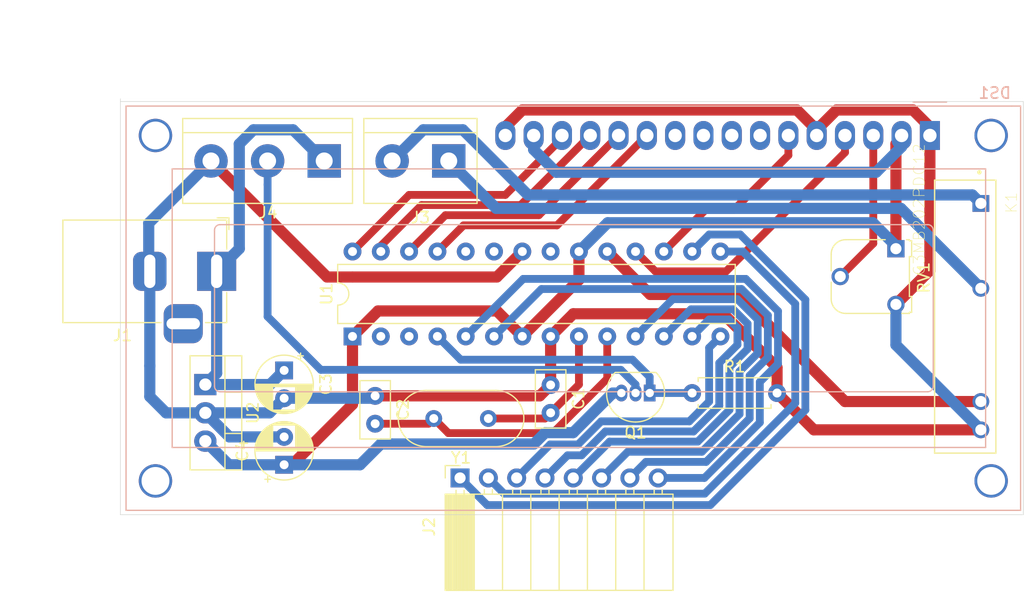
<source format=kicad_pcb>
(kicad_pcb (version 20171130) (host pcbnew "(5.1.9)-1")

  (general
    (thickness 1.6)
    (drawings 6)
    (tracks 206)
    (zones 0)
    (modules 16)
    (nets 35)
  )

  (page A4)
  (layers
    (0 F.Cu signal)
    (31 B.Cu signal)
    (32 B.Adhes user)
    (33 F.Adhes user)
    (34 B.Paste user)
    (35 F.Paste user)
    (36 B.SilkS user)
    (37 F.SilkS user)
    (38 B.Mask user)
    (39 F.Mask user)
    (40 Dwgs.User user)
    (41 Cmts.User user)
    (42 Eco1.User user)
    (43 Eco2.User user)
    (44 Edge.Cuts user)
    (45 Margin user)
    (46 B.CrtYd user)
    (47 F.CrtYd user)
    (48 B.Fab user)
    (49 F.Fab user)
  )

  (setup
    (last_trace_width 0.7)
    (trace_clearance 0.21)
    (zone_clearance 0.508)
    (zone_45_only no)
    (trace_min 0.2)
    (via_size 1.5)
    (via_drill 0.9)
    (via_min_size 0.4)
    (via_min_drill 0.3)
    (uvia_size 0.3)
    (uvia_drill 0.1)
    (uvias_allowed no)
    (uvia_min_size 0.2)
    (uvia_min_drill 0.1)
    (edge_width 0.05)
    (segment_width 0.2)
    (pcb_text_width 0.3)
    (pcb_text_size 1.5 1.5)
    (mod_edge_width 0.12)
    (mod_text_size 1 1)
    (mod_text_width 0.15)
    (pad_size 1.524 1.524)
    (pad_drill 0.762)
    (pad_to_mask_clearance 0)
    (aux_axis_origin 0 0)
    (visible_elements 7FFFFFFF)
    (pcbplotparams
      (layerselection 0x01000_ffffffff)
      (usegerberextensions false)
      (usegerberattributes true)
      (usegerberadvancedattributes true)
      (creategerberjobfile true)
      (excludeedgelayer true)
      (linewidth 0.500000)
      (plotframeref false)
      (viasonmask false)
      (mode 1)
      (useauxorigin false)
      (hpglpennumber 1)
      (hpglpenspeed 20)
      (hpglpendiameter 15.000000)
      (psnegative false)
      (psa4output false)
      (plotreference true)
      (plotvalue true)
      (plotinvisibletext false)
      (padsonsilk false)
      (subtractmaskfromsilk false)
      (outputformat 1)
      (mirror false)
      (drillshape 0)
      (scaleselection 1)
      (outputdirectory "plote/"))
  )

  (net 0 "")
  (net 1 Pino_2_int)
  (net 2 "Net-(C1-Pad2)")
  (net 3 "Net-(C2-Pad2)")
  (net 4 vcc_12v)
  (net 5 vcc)
  (net 6 Pino_12)
  (net 7 Pino_11)
  (net 8 "Net-(DS1-Pad9)")
  (net 9 "Net-(DS1-Pad10)")
  (net 10 Pino_16_A2)
  (net 11 Pino_17_A3)
  (net 12 Pino_18_A4)
  (net 13 Pino_19_A5)
  (net 14 Pino_10)
  (net 15 Pino_9)
  (net 16 Pino_8)
  (net 17 Pino_7)
  (net 18 Pino_6)
  (net 19 Pino_5)
  (net 20 Pino_4)
  (net 21 Pino_3)
  (net 22 "Net-(J3-Pad1)")
  (net 23 "Net-(J3-Pad2)")
  (net 24 "Net-(J4-Pad2)")
  (net 25 Pino_13)
  (net 26 "Net-(U1-Pad2)")
  (net 27 "Net-(U1-Pad3)")
  (net 28 "Net-(U1-Pad21)")
  (net 29 "Net-(U1-Pad23)")
  (net 30 "Net-(U1-Pad24)")
  (net 31 GND)
  (net 32 "Net-(DS1-Pad3)")
  (net 33 "Net-(DS1-Pad7)")
  (net 34 "Net-(DS1-Pad8)")

  (net_class Default "This is the default net class."
    (clearance 0.21)
    (trace_width 0.7)
    (via_dia 1.5)
    (via_drill 0.9)
    (uvia_dia 0.3)
    (uvia_drill 0.1)
    (diff_pair_width 0.3)
    (diff_pair_gap 0.3)
    (add_net "Net-(C1-Pad2)")
    (add_net "Net-(C2-Pad2)")
    (add_net "Net-(DS1-Pad10)")
    (add_net "Net-(DS1-Pad3)")
    (add_net "Net-(DS1-Pad7)")
    (add_net "Net-(DS1-Pad8)")
    (add_net "Net-(DS1-Pad9)")
    (add_net "Net-(J4-Pad2)")
    (add_net "Net-(U1-Pad2)")
    (add_net "Net-(U1-Pad21)")
    (add_net "Net-(U1-Pad23)")
    (add_net "Net-(U1-Pad24)")
    (add_net "Net-(U1-Pad3)")
    (add_net Pino_10)
    (add_net Pino_11)
    (add_net Pino_12)
    (add_net Pino_16_A2)
    (add_net Pino_17_A3)
    (add_net Pino_18_A4)
    (add_net Pino_19_A5)
    (add_net Pino_2_int)
    (add_net Pino_3)
    (add_net Pino_4)
    (add_net Pino_5)
    (add_net Pino_6)
    (add_net Pino_7)
    (add_net Pino_8)
    (add_net Pino_9)
  )

  (net_class potencia ""
    (clearance 0.21)
    (trace_width 1)
    (via_dia 1.5)
    (via_drill 0.9)
    (uvia_dia 0.3)
    (uvia_drill 0.1)
    (diff_pair_width 0.3)
    (diff_pair_gap 0.3)
    (add_net GND)
    (add_net "Net-(J3-Pad1)")
    (add_net "Net-(J3-Pad2)")
    (add_net Pino_13)
    (add_net vcc)
    (add_net vcc_12v)
  )

  (module Resistor_THT:R_Axial_DIN0207_L6.3mm_D2.5mm_P7.62mm_Horizontal (layer F.Cu) (tedit 5AE5139B) (tstamp 605C52D8)
    (at 125.73 89.154)
    (descr "Resistor, Axial_DIN0207 series, Axial, Horizontal, pin pitch=7.62mm, 0.25W = 1/4W, length*diameter=6.3*2.5mm^2, http://cdn-reichelt.de/documents/datenblatt/B400/1_4W%23YAG.pdf")
    (tags "Resistor Axial_DIN0207 series Axial Horizontal pin pitch 7.62mm 0.25W = 1/4W length 6.3mm diameter 2.5mm")
    (path /602A0DA5)
    (fp_text reference R1 (at 3.81 -2.37) (layer F.SilkS)
      (effects (font (size 1 1) (thickness 0.15)))
    )
    (fp_text value R (at 3.81 2.37) (layer F.Fab)
      (effects (font (size 1 1) (thickness 0.15)))
    )
    (fp_line (start 8.67 -1.5) (end -1.05 -1.5) (layer F.CrtYd) (width 0.05))
    (fp_line (start 8.67 1.5) (end 8.67 -1.5) (layer F.CrtYd) (width 0.05))
    (fp_line (start -1.05 1.5) (end 8.67 1.5) (layer F.CrtYd) (width 0.05))
    (fp_line (start -1.05 -1.5) (end -1.05 1.5) (layer F.CrtYd) (width 0.05))
    (fp_line (start 7.08 1.37) (end 7.08 1.04) (layer F.SilkS) (width 0.12))
    (fp_line (start 0.54 1.37) (end 7.08 1.37) (layer F.SilkS) (width 0.12))
    (fp_line (start 0.54 1.04) (end 0.54 1.37) (layer F.SilkS) (width 0.12))
    (fp_line (start 7.08 -1.37) (end 7.08 -1.04) (layer F.SilkS) (width 0.12))
    (fp_line (start 0.54 -1.37) (end 7.08 -1.37) (layer F.SilkS) (width 0.12))
    (fp_line (start 0.54 -1.04) (end 0.54 -1.37) (layer F.SilkS) (width 0.12))
    (fp_line (start 7.62 0) (end 6.96 0) (layer F.Fab) (width 0.1))
    (fp_line (start 0 0) (end 0.66 0) (layer F.Fab) (width 0.1))
    (fp_line (start 6.96 -1.25) (end 0.66 -1.25) (layer F.Fab) (width 0.1))
    (fp_line (start 6.96 1.25) (end 6.96 -1.25) (layer F.Fab) (width 0.1))
    (fp_line (start 0.66 1.25) (end 6.96 1.25) (layer F.Fab) (width 0.1))
    (fp_line (start 0.66 -1.25) (end 0.66 1.25) (layer F.Fab) (width 0.1))
    (fp_text user %R (at 3.81 0) (layer F.Fab)
      (effects (font (size 1 1) (thickness 0.15)))
    )
    (pad 1 thru_hole circle (at 0 0) (size 1.6 1.6) (drill 0.8) (layers *.Cu *.Mask)
      (net 1 Pino_2_int))
    (pad 2 thru_hole oval (at 7.62 0) (size 1.6 1.6) (drill 0.8) (layers *.Cu *.Mask)
      (net 31 GND))
    (model ${KISYS3DMOD}/Resistor_THT.3dshapes/R_Axial_DIN0207_L6.3mm_D2.5mm_P7.62mm_Horizontal.wrl
      (at (xyz 0 0 0))
      (scale (xyz 1 1 1))
      (rotate (xyz 0 0 0))
    )
  )

  (module Display:WC1602A (layer B.Cu) (tedit 5A02FE80) (tstamp 605C6FBA)
    (at 147.066 66.04 180)
    (descr "LCD 16x2 http://www.wincomlcd.com/pdf/WC1602A-SFYLYHTC06.pdf")
    (tags "LCD 16x2 Alphanumeric 16pin")
    (path /6049CEBB)
    (fp_text reference DS1 (at -5.82 3.81) (layer B.SilkS)
      (effects (font (size 1 1) (thickness 0.15)) (justify mirror))
    )
    (fp_text value RC1602A (at -4.31 -34.66) (layer B.Fab)
      (effects (font (size 1 1) (thickness 0.15)) (justify mirror))
    )
    (fp_line (start -8.14 -33.64) (end 72.14 -33.64) (layer B.SilkS) (width 0.12))
    (fp_line (start 72.14 -33.64) (end 72.14 2.64) (layer B.SilkS) (width 0.12))
    (fp_line (start 72.14 2.64) (end -7.34 2.64) (layer B.SilkS) (width 0.12))
    (fp_line (start -8.14 2.64) (end -8.14 -33.64) (layer B.SilkS) (width 0.12))
    (fp_line (start -8.13 2.64) (end -7.34 2.64) (layer B.SilkS) (width 0.12))
    (fp_line (start -8.25 2.75) (end -8.25 -33.75) (layer B.CrtYd) (width 0.05))
    (fp_line (start -8.25 -33.75) (end 72.25 -33.75) (layer B.CrtYd) (width 0.05))
    (fp_line (start 72.25 2.75) (end 72.25 -33.75) (layer B.CrtYd) (width 0.05))
    (fp_line (start -1.5 3) (end 1.5 3) (layer B.SilkS) (width 0.12))
    (fp_line (start -8.25 2.75) (end 72.25 2.75) (layer B.CrtYd) (width 0.05))
    (fp_line (start 1 2.5) (end 0 1.5) (layer B.Fab) (width 0.1))
    (fp_line (start 0 1.5) (end -1 2.5) (layer B.Fab) (width 0.1))
    (fp_line (start -1 2.5) (end -8 2.5) (layer B.Fab) (width 0.1))
    (fp_line (start 0.2 -8) (end 63.7 -8) (layer B.SilkS) (width 0.12))
    (fp_line (start -0.29972 -22.49932) (end -0.29972 -8.5) (layer B.SilkS) (width 0.12))
    (fp_line (start 63.70066 -23) (end 0.2 -23) (layer B.SilkS) (width 0.12))
    (fp_line (start 64.2 -8.5) (end 64.2 -22.5) (layer B.SilkS) (width 0.12))
    (fp_line (start -5 -3) (end 68 -3) (layer B.SilkS) (width 0.12))
    (fp_line (start 68 -3) (end 68 -28) (layer B.SilkS) (width 0.12))
    (fp_line (start 68 -28) (end -5 -28) (layer B.SilkS) (width 0.12))
    (fp_line (start -5 -28) (end -5 -3) (layer B.SilkS) (width 0.12))
    (fp_line (start 1 2.5) (end 72 2.5) (layer B.Fab) (width 0.1))
    (fp_line (start 72 2.5) (end 72 -33.5) (layer B.Fab) (width 0.1))
    (fp_line (start 72 -33.5) (end -8 -33.5) (layer B.Fab) (width 0.1))
    (fp_line (start -8 -33.5) (end -8 2.5) (layer B.Fab) (width 0.1))
    (fp_arc (start 0.20066 -8.49884) (end -0.29972 -8.49884) (angle -90) (layer B.SilkS) (width 0.12))
    (fp_arc (start 0.20066 -22.49932) (end 0.20066 -22.9997) (angle -90) (layer B.SilkS) (width 0.12))
    (fp_arc (start 63.70066 -22.49932) (end 64.20104 -22.49932) (angle -90) (layer B.SilkS) (width 0.12))
    (fp_arc (start 63.7 -8.5) (end 63.7 -8) (angle -90) (layer B.SilkS) (width 0.12))
    (fp_text user %R (at 30.37 -14.74) (layer B.Fab)
      (effects (font (size 1 1) (thickness 0.1)) (justify mirror))
    )
    (pad "" thru_hole circle (at 69.5 0 180) (size 3 3) (drill 2.5) (layers *.Cu *.Mask))
    (pad "" thru_hole circle (at 69.49948 -31.0007 180) (size 3 3) (drill 2.5) (layers *.Cu *.Mask))
    (pad "" thru_hole circle (at -5.4991 -31.0007 180) (size 3 3) (drill 2.5) (layers *.Cu *.Mask))
    (pad "" thru_hole circle (at -5.4991 0 180) (size 3 3) (drill 2.5) (layers *.Cu *.Mask))
    (pad 16 thru_hole oval (at 38.1 0 180) (size 1.8 2.6) (drill 1.2) (layers *.Cu *.Mask)
      (net 31 GND))
    (pad 15 thru_hole oval (at 35.56 0 180) (size 1.8 2.6) (drill 1.2) (layers *.Cu *.Mask)
      (net 5 vcc))
    (pad 14 thru_hole oval (at 33.02 0 180) (size 1.8 2.6) (drill 1.2) (layers *.Cu *.Mask)
      (net 13 Pino_19_A5))
    (pad 13 thru_hole oval (at 30.48 0 180) (size 1.8 2.6) (drill 1.2) (layers *.Cu *.Mask)
      (net 12 Pino_18_A4))
    (pad 12 thru_hole oval (at 27.94 0 180) (size 1.8 2.6) (drill 1.2) (layers *.Cu *.Mask)
      (net 11 Pino_17_A3))
    (pad 11 thru_hole oval (at 25.4 0 180) (size 1.8 2.6) (drill 1.2) (layers *.Cu *.Mask)
      (net 10 Pino_16_A2))
    (pad 10 thru_hole oval (at 22.86 0 180) (size 1.8 2.6) (drill 1.2) (layers *.Cu *.Mask)
      (net 9 "Net-(DS1-Pad10)"))
    (pad 9 thru_hole oval (at 20.32 0 180) (size 1.8 2.6) (drill 1.2) (layers *.Cu *.Mask)
      (net 8 "Net-(DS1-Pad9)"))
    (pad 8 thru_hole oval (at 17.78 0 180) (size 1.8 2.6) (drill 1.2) (layers *.Cu *.Mask)
      (net 34 "Net-(DS1-Pad8)"))
    (pad 7 thru_hole oval (at 15.24 0 180) (size 1.8 2.6) (drill 1.2) (layers *.Cu *.Mask)
      (net 33 "Net-(DS1-Pad7)"))
    (pad 6 thru_hole oval (at 12.7 0 180) (size 1.8 2.6) (drill 1.2) (layers *.Cu *.Mask)
      (net 7 Pino_11))
    (pad 5 thru_hole oval (at 10.16 0 180) (size 1.8 2.6) (drill 1.2) (layers *.Cu *.Mask)
      (net 31 GND))
    (pad 4 thru_hole oval (at 7.62 0 180) (size 1.8 2.6) (drill 1.2) (layers *.Cu *.Mask)
      (net 6 Pino_12))
    (pad 3 thru_hole oval (at 5.08 0 180) (size 1.8 2.6) (drill 1.2) (layers *.Cu *.Mask)
      (net 32 "Net-(DS1-Pad3)"))
    (pad 2 thru_hole oval (at 2.54 0 180) (size 1.8 2.6) (drill 1.2) (layers *.Cu *.Mask)
      (net 5 vcc))
    (pad 1 thru_hole rect (at 0 0 180) (size 1.8 2.6) (drill 1.2) (layers *.Cu *.Mask)
      (net 31 GND))
    (model ${KISYS3DMOD}/Display.3dshapes/WC1602A.wrl
      (at (xyz 0 0 0))
      (scale (xyz 1 1 1))
      (rotate (xyz 0 0 0))
    )
  )

  (module G3MB202PDC12:RELAY_G3MB202PDC12 (layer F.Cu) (tedit 0) (tstamp 6046B0E5)
    (at 150.238 82.296 270)
    (path /5FE33D30)
    (fp_text reference K1 (at -10.2246 -4.14091 90) (layer F.SilkS)
      (effects (font (size 1.00143 1.00143) (thickness 0.05)))
    )
    (fp_text value G3MB202PDC12 (at -9.6043 4.12759 90) (layer F.SilkS)
      (effects (font (size 1.00306 1.00306) (thickness 0.05)))
    )
    (fp_line (start 12.25 -2.75) (end -12.25 -2.75) (layer F.SilkS) (width 0.127))
    (fp_line (start -12.25 -2.75) (end -12.25 2.75) (layer F.SilkS) (width 0.127))
    (fp_line (start -12.25 2.75) (end 12.25 2.75) (layer F.SilkS) (width 0.127))
    (fp_line (start 12.25 2.75) (end 12.25 -2.75) (layer F.SilkS) (width 0.127))
    (fp_line (start 12.5 3) (end -12.5 3) (layer Eco1.User) (width 0.05))
    (fp_line (start -12.5 3) (end -12.5 -3) (layer Eco1.User) (width 0.05))
    (fp_line (start -12.5 -3) (end 12.5 -3) (layer Eco1.User) (width 0.05))
    (fp_line (start 12.5 -3) (end 12.5 3) (layer Eco1.User) (width 0.05))
    (fp_circle (center -12.954 -1.27) (end -12.854 -1.27) (layer F.SilkS) (width 0.2))
    (fp_line (start 12.25 -2.75) (end -12.25 -2.75) (layer Eco2.User) (width 0.127))
    (fp_line (start -12.25 -2.75) (end -12.25 2.75) (layer Eco2.User) (width 0.127))
    (fp_line (start -12.25 2.75) (end 12.25 2.75) (layer Eco2.User) (width 0.127))
    (fp_line (start 12.25 2.75) (end 12.25 -2.75) (layer Eco2.User) (width 0.127))
    (fp_circle (center -11.43 -1.27) (end -11.33 -1.27) (layer Eco2.User) (width 0.2))
    (pad 1 thru_hole rect (at -10.16 -1.4 90) (size 1.508 1.508) (drill 1) (layers *.Cu *.Mask)
      (net 23 "Net-(J3-Pad2)"))
    (pad 2 thru_hole circle (at -2.54 -1.4 90) (size 1.508 1.508) (drill 1) (layers *.Cu *.Mask)
      (net 22 "Net-(J3-Pad1)"))
    (pad 3 thru_hole circle (at 7.62 -1.4 90) (size 1.508 1.508) (drill 1) (layers *.Cu *.Mask)
      (net 25 Pino_13))
    (pad 4 thru_hole circle (at 10.16 -1.4 90) (size 1.508 1.508) (drill 1) (layers *.Cu *.Mask)
      (net 31 GND))
  )

  (module Package_DIP:DIP-28_W7.62mm (layer F.Cu) (tedit 5A02E8C5) (tstamp 605C53C9)
    (at 95.25 84.074 90)
    (descr "28-lead though-hole mounted DIP package, row spacing 7.62 mm (300 mils)")
    (tags "THT DIP DIL PDIP 2.54mm 7.62mm 300mil")
    (path /5FE22029)
    (fp_text reference U1 (at 3.81 -2.33 90) (layer F.SilkS)
      (effects (font (size 1 1) (thickness 0.15)))
    )
    (fp_text value ATmega328-PU (at 3.81 35.35 90) (layer F.Fab)
      (effects (font (size 1 1) (thickness 0.15)))
    )
    (fp_line (start 8.7 -1.55) (end -1.1 -1.55) (layer F.CrtYd) (width 0.05))
    (fp_line (start 8.7 34.55) (end 8.7 -1.55) (layer F.CrtYd) (width 0.05))
    (fp_line (start -1.1 34.55) (end 8.7 34.55) (layer F.CrtYd) (width 0.05))
    (fp_line (start -1.1 -1.55) (end -1.1 34.55) (layer F.CrtYd) (width 0.05))
    (fp_line (start 6.46 -1.33) (end 4.81 -1.33) (layer F.SilkS) (width 0.12))
    (fp_line (start 6.46 34.35) (end 6.46 -1.33) (layer F.SilkS) (width 0.12))
    (fp_line (start 1.16 34.35) (end 6.46 34.35) (layer F.SilkS) (width 0.12))
    (fp_line (start 1.16 -1.33) (end 1.16 34.35) (layer F.SilkS) (width 0.12))
    (fp_line (start 2.81 -1.33) (end 1.16 -1.33) (layer F.SilkS) (width 0.12))
    (fp_line (start 0.635 -0.27) (end 1.635 -1.27) (layer F.Fab) (width 0.1))
    (fp_line (start 0.635 34.29) (end 0.635 -0.27) (layer F.Fab) (width 0.1))
    (fp_line (start 6.985 34.29) (end 0.635 34.29) (layer F.Fab) (width 0.1))
    (fp_line (start 6.985 -1.27) (end 6.985 34.29) (layer F.Fab) (width 0.1))
    (fp_line (start 1.635 -1.27) (end 6.985 -1.27) (layer F.Fab) (width 0.1))
    (fp_text user %R (at 3.81 16.51 90) (layer F.Fab)
      (effects (font (size 1 1) (thickness 0.15)))
    )
    (fp_arc (start 3.81 -1.33) (end 2.81 -1.33) (angle -180) (layer F.SilkS) (width 0.12))
    (pad 28 thru_hole oval (at 7.62 0 90) (size 1.6 1.6) (drill 0.8) (layers *.Cu *.Mask)
      (net 13 Pino_19_A5))
    (pad 14 thru_hole oval (at 0 33.02 90) (size 1.6 1.6) (drill 0.8) (layers *.Cu *.Mask)
      (net 16 Pino_8))
    (pad 27 thru_hole oval (at 7.62 2.54 90) (size 1.6 1.6) (drill 0.8) (layers *.Cu *.Mask)
      (net 12 Pino_18_A4))
    (pad 13 thru_hole oval (at 0 30.48 90) (size 1.6 1.6) (drill 0.8) (layers *.Cu *.Mask)
      (net 17 Pino_7))
    (pad 26 thru_hole oval (at 7.62 5.08 90) (size 1.6 1.6) (drill 0.8) (layers *.Cu *.Mask)
      (net 11 Pino_17_A3))
    (pad 12 thru_hole oval (at 0 27.94 90) (size 1.6 1.6) (drill 0.8) (layers *.Cu *.Mask)
      (net 18 Pino_6))
    (pad 25 thru_hole oval (at 7.62 7.62 90) (size 1.6 1.6) (drill 0.8) (layers *.Cu *.Mask)
      (net 10 Pino_16_A2))
    (pad 11 thru_hole oval (at 0 25.4 90) (size 1.6 1.6) (drill 0.8) (layers *.Cu *.Mask)
      (net 19 Pino_5))
    (pad 24 thru_hole oval (at 7.62 10.16 90) (size 1.6 1.6) (drill 0.8) (layers *.Cu *.Mask)
      (net 30 "Net-(U1-Pad24)"))
    (pad 10 thru_hole oval (at 0 22.86 90) (size 1.6 1.6) (drill 0.8) (layers *.Cu *.Mask)
      (net 3 "Net-(C2-Pad2)"))
    (pad 23 thru_hole oval (at 7.62 12.7 90) (size 1.6 1.6) (drill 0.8) (layers *.Cu *.Mask)
      (net 29 "Net-(U1-Pad23)"))
    (pad 9 thru_hole oval (at 0 20.32 90) (size 1.6 1.6) (drill 0.8) (layers *.Cu *.Mask)
      (net 2 "Net-(C1-Pad2)"))
    (pad 22 thru_hole oval (at 7.62 15.24 90) (size 1.6 1.6) (drill 0.8) (layers *.Cu *.Mask)
      (net 31 GND))
    (pad 8 thru_hole oval (at 0 17.78 90) (size 1.6 1.6) (drill 0.8) (layers *.Cu *.Mask)
      (net 31 GND))
    (pad 21 thru_hole oval (at 7.62 17.78 90) (size 1.6 1.6) (drill 0.8) (layers *.Cu *.Mask)
      (net 28 "Net-(U1-Pad21)"))
    (pad 7 thru_hole oval (at 0 15.24 90) (size 1.6 1.6) (drill 0.8) (layers *.Cu *.Mask)
      (net 5 vcc))
    (pad 20 thru_hole oval (at 7.62 20.32 90) (size 1.6 1.6) (drill 0.8) (layers *.Cu *.Mask)
      (net 5 vcc))
    (pad 6 thru_hole oval (at 0 12.7 90) (size 1.6 1.6) (drill 0.8) (layers *.Cu *.Mask)
      (net 20 Pino_4))
    (pad 19 thru_hole oval (at 7.62 22.86 90) (size 1.6 1.6) (drill 0.8) (layers *.Cu *.Mask)
      (net 25 Pino_13))
    (pad 5 thru_hole oval (at 0 10.16 90) (size 1.6 1.6) (drill 0.8) (layers *.Cu *.Mask)
      (net 21 Pino_3))
    (pad 18 thru_hole oval (at 7.62 25.4 90) (size 1.6 1.6) (drill 0.8) (layers *.Cu *.Mask)
      (net 6 Pino_12))
    (pad 4 thru_hole oval (at 0 7.62 90) (size 1.6 1.6) (drill 0.8) (layers *.Cu *.Mask)
      (net 1 Pino_2_int))
    (pad 17 thru_hole oval (at 7.62 27.94 90) (size 1.6 1.6) (drill 0.8) (layers *.Cu *.Mask)
      (net 7 Pino_11))
    (pad 3 thru_hole oval (at 0 5.08 90) (size 1.6 1.6) (drill 0.8) (layers *.Cu *.Mask)
      (net 27 "Net-(U1-Pad3)"))
    (pad 16 thru_hole oval (at 7.62 30.48 90) (size 1.6 1.6) (drill 0.8) (layers *.Cu *.Mask)
      (net 14 Pino_10))
    (pad 2 thru_hole oval (at 0 2.54 90) (size 1.6 1.6) (drill 0.8) (layers *.Cu *.Mask)
      (net 26 "Net-(U1-Pad2)"))
    (pad 15 thru_hole oval (at 7.62 33.02 90) (size 1.6 1.6) (drill 0.8) (layers *.Cu *.Mask)
      (net 15 Pino_9))
    (pad 1 thru_hole rect (at 0 0 90) (size 1.6 1.6) (drill 0.8) (layers *.Cu *.Mask)
      (net 5 vcc))
    (model ${KISYS3DMOD}/Package_DIP.3dshapes/DIP-28_W7.62mm.wrl
      (at (xyz 0 0 0))
      (scale (xyz 1 1 1))
      (rotate (xyz 0 0 0))
    )
  )

  (module Package_TO_SOT_THT:TO-92_Inline (layer F.Cu) (tedit 5A1DD157) (tstamp 605C5438)
    (at 121.92 89.154 180)
    (descr "TO-92 leads in-line, narrow, oval pads, drill 0.75mm (see NXP sot054_po.pdf)")
    (tags "to-92 sc-43 sc-43a sot54 PA33 transistor")
    (path /6027C46B)
    (fp_text reference Q1 (at 1.27 -3.56) (layer F.SilkS)
      (effects (font (size 1 1) (thickness 0.15)))
    )
    (fp_text value 2N7000 (at 1.27 2.79) (layer F.Fab)
      (effects (font (size 1 1) (thickness 0.15)))
    )
    (fp_line (start -0.53 1.85) (end 3.07 1.85) (layer F.SilkS) (width 0.12))
    (fp_line (start -0.5 1.75) (end 3 1.75) (layer F.Fab) (width 0.1))
    (fp_line (start -1.46 -2.73) (end 4 -2.73) (layer F.CrtYd) (width 0.05))
    (fp_line (start -1.46 -2.73) (end -1.46 2.01) (layer F.CrtYd) (width 0.05))
    (fp_line (start 4 2.01) (end 4 -2.73) (layer F.CrtYd) (width 0.05))
    (fp_line (start 4 2.01) (end -1.46 2.01) (layer F.CrtYd) (width 0.05))
    (fp_text user %R (at 1.27 0) (layer F.Fab)
      (effects (font (size 1 1) (thickness 0.15)))
    )
    (fp_arc (start 1.27 0) (end 1.27 -2.48) (angle 135) (layer F.Fab) (width 0.1))
    (fp_arc (start 1.27 0) (end 1.27 -2.6) (angle -135) (layer F.SilkS) (width 0.12))
    (fp_arc (start 1.27 0) (end 1.27 -2.48) (angle -135) (layer F.Fab) (width 0.1))
    (fp_arc (start 1.27 0) (end 1.27 -2.6) (angle 135) (layer F.SilkS) (width 0.12))
    (pad 2 thru_hole oval (at 1.27 0 180) (size 1.05 1.5) (drill 0.75) (layers *.Cu *.Mask)
      (net 24 "Net-(J4-Pad2)"))
    (pad 3 thru_hole oval (at 2.54 0 180) (size 1.05 1.5) (drill 0.75) (layers *.Cu *.Mask)
      (net 5 vcc))
    (pad 1 thru_hole rect (at 0 0 180) (size 1.05 1.5) (drill 0.75) (layers *.Cu *.Mask)
      (net 1 Pino_2_int))
    (model ${KISYS3DMOD}/Package_TO_SOT_THT.3dshapes/TO-92_Inline.wrl
      (at (xyz 0 0 0))
      (scale (xyz 1 1 1))
      (rotate (xyz 0 0 0))
    )
  )

  (module Connector_BarrelJack:BarrelJack_Horizontal (layer F.Cu) (tedit 5A1DBF6A) (tstamp 60281DD0)
    (at 83.058 78.232)
    (descr "DC Barrel Jack")
    (tags "Power Jack")
    (path /5FE25BE6)
    (fp_text reference J1 (at -8.45 5.75) (layer F.SilkS)
      (effects (font (size 1 1) (thickness 0.15)))
    )
    (fp_text value Jack-DC (at -6.2 -5.5) (layer F.Fab)
      (effects (font (size 1 1) (thickness 0.15)))
    )
    (fp_line (start -0.003213 -4.505425) (end 0.8 -3.75) (layer F.Fab) (width 0.1))
    (fp_line (start 1.1 -3.75) (end 1.1 -4.8) (layer F.SilkS) (width 0.12))
    (fp_line (start 0.05 -4.8) (end 1.1 -4.8) (layer F.SilkS) (width 0.12))
    (fp_line (start 1 -4.5) (end 1 -4.75) (layer F.CrtYd) (width 0.05))
    (fp_line (start 1 -4.75) (end -14 -4.75) (layer F.CrtYd) (width 0.05))
    (fp_line (start 1 -4.5) (end 1 -2) (layer F.CrtYd) (width 0.05))
    (fp_line (start 1 -2) (end 2 -2) (layer F.CrtYd) (width 0.05))
    (fp_line (start 2 -2) (end 2 2) (layer F.CrtYd) (width 0.05))
    (fp_line (start 2 2) (end 1 2) (layer F.CrtYd) (width 0.05))
    (fp_line (start 1 2) (end 1 4.75) (layer F.CrtYd) (width 0.05))
    (fp_line (start 1 4.75) (end -1 4.75) (layer F.CrtYd) (width 0.05))
    (fp_line (start -1 4.75) (end -1 6.75) (layer F.CrtYd) (width 0.05))
    (fp_line (start -1 6.75) (end -5 6.75) (layer F.CrtYd) (width 0.05))
    (fp_line (start -5 6.75) (end -5 4.75) (layer F.CrtYd) (width 0.05))
    (fp_line (start -5 4.75) (end -14 4.75) (layer F.CrtYd) (width 0.05))
    (fp_line (start -14 4.75) (end -14 -4.75) (layer F.CrtYd) (width 0.05))
    (fp_line (start -5 4.6) (end -13.8 4.6) (layer F.SilkS) (width 0.12))
    (fp_line (start -13.8 4.6) (end -13.8 -4.6) (layer F.SilkS) (width 0.12))
    (fp_line (start 0.9 1.9) (end 0.9 4.6) (layer F.SilkS) (width 0.12))
    (fp_line (start 0.9 4.6) (end -1 4.6) (layer F.SilkS) (width 0.12))
    (fp_line (start -13.8 -4.6) (end 0.9 -4.6) (layer F.SilkS) (width 0.12))
    (fp_line (start 0.9 -4.6) (end 0.9 -2) (layer F.SilkS) (width 0.12))
    (fp_line (start -10.2 -4.5) (end -10.2 4.5) (layer F.Fab) (width 0.1))
    (fp_line (start -13.7 -4.5) (end -13.7 4.5) (layer F.Fab) (width 0.1))
    (fp_line (start -13.7 4.5) (end 0.8 4.5) (layer F.Fab) (width 0.1))
    (fp_line (start 0.8 4.5) (end 0.8 -3.75) (layer F.Fab) (width 0.1))
    (fp_line (start 0 -4.5) (end -13.7 -4.5) (layer F.Fab) (width 0.1))
    (fp_text user %R (at -3 -2.95) (layer F.Fab)
      (effects (font (size 1 1) (thickness 0.15)))
    )
    (pad 1 thru_hole rect (at 0 0) (size 3.5 3.5) (drill oval 1 3) (layers *.Cu *.Mask)
      (net 4 vcc_12v))
    (pad 2 thru_hole roundrect (at -6 0) (size 3 3.5) (drill oval 1 3) (layers *.Cu *.Mask) (roundrect_rratio 0.25)
      (net 31 GND))
    (pad 3 thru_hole roundrect (at -3 4.7) (size 3.5 3.5) (drill oval 3 1) (layers *.Cu *.Mask) (roundrect_rratio 0.25))
    (model ${KISYS3DMOD}/Connector_BarrelJack.3dshapes/BarrelJack_Horizontal.wrl
      (at (xyz 0 0 0))
      (scale (xyz 1 1 1))
      (rotate (xyz 0 0 0))
    )
  )

  (module Connector_PinSocket_2.54mm:PinSocket_1x08_P2.54mm_Horizontal (layer F.Cu) (tedit 5A19A421) (tstamp 605C4FCB)
    (at 104.902 96.774 90)
    (descr "Through hole angled socket strip, 1x08, 2.54mm pitch, 8.51mm socket length, single row (from Kicad 4.0.7), script generated")
    (tags "Through hole angled socket strip THT 1x08 2.54mm single row")
    (path /5FE8271A)
    (fp_text reference J2 (at -4.38 -2.77 90) (layer F.SilkS)
      (effects (font (size 1 1) (thickness 0.15)))
    )
    (fp_text value "Teclado matricial" (at -4.38 20.55 90) (layer F.Fab)
      (effects (font (size 1 1) (thickness 0.15)))
    )
    (fp_line (start 1.75 19.55) (end 1.75 -1.8) (layer F.CrtYd) (width 0.05))
    (fp_line (start -10.55 19.55) (end 1.75 19.55) (layer F.CrtYd) (width 0.05))
    (fp_line (start -10.55 -1.8) (end -10.55 19.55) (layer F.CrtYd) (width 0.05))
    (fp_line (start 1.75 -1.8) (end -10.55 -1.8) (layer F.CrtYd) (width 0.05))
    (fp_line (start 0 -1.33) (end 1.11 -1.33) (layer F.SilkS) (width 0.12))
    (fp_line (start 1.11 -1.33) (end 1.11 0) (layer F.SilkS) (width 0.12))
    (fp_line (start -10.09 -1.33) (end -10.09 19.11) (layer F.SilkS) (width 0.12))
    (fp_line (start -10.09 19.11) (end -1.46 19.11) (layer F.SilkS) (width 0.12))
    (fp_line (start -1.46 -1.33) (end -1.46 19.11) (layer F.SilkS) (width 0.12))
    (fp_line (start -10.09 -1.33) (end -1.46 -1.33) (layer F.SilkS) (width 0.12))
    (fp_line (start -10.09 16.51) (end -1.46 16.51) (layer F.SilkS) (width 0.12))
    (fp_line (start -10.09 13.97) (end -1.46 13.97) (layer F.SilkS) (width 0.12))
    (fp_line (start -10.09 11.43) (end -1.46 11.43) (layer F.SilkS) (width 0.12))
    (fp_line (start -10.09 8.89) (end -1.46 8.89) (layer F.SilkS) (width 0.12))
    (fp_line (start -10.09 6.35) (end -1.46 6.35) (layer F.SilkS) (width 0.12))
    (fp_line (start -10.09 3.81) (end -1.46 3.81) (layer F.SilkS) (width 0.12))
    (fp_line (start -10.09 1.27) (end -1.46 1.27) (layer F.SilkS) (width 0.12))
    (fp_line (start -1.46 18.14) (end -1.05 18.14) (layer F.SilkS) (width 0.12))
    (fp_line (start -1.46 17.42) (end -1.05 17.42) (layer F.SilkS) (width 0.12))
    (fp_line (start -1.46 15.6) (end -1.05 15.6) (layer F.SilkS) (width 0.12))
    (fp_line (start -1.46 14.88) (end -1.05 14.88) (layer F.SilkS) (width 0.12))
    (fp_line (start -1.46 13.06) (end -1.05 13.06) (layer F.SilkS) (width 0.12))
    (fp_line (start -1.46 12.34) (end -1.05 12.34) (layer F.SilkS) (width 0.12))
    (fp_line (start -1.46 10.52) (end -1.05 10.52) (layer F.SilkS) (width 0.12))
    (fp_line (start -1.46 9.8) (end -1.05 9.8) (layer F.SilkS) (width 0.12))
    (fp_line (start -1.46 7.98) (end -1.05 7.98) (layer F.SilkS) (width 0.12))
    (fp_line (start -1.46 7.26) (end -1.05 7.26) (layer F.SilkS) (width 0.12))
    (fp_line (start -1.46 5.44) (end -1.05 5.44) (layer F.SilkS) (width 0.12))
    (fp_line (start -1.46 4.72) (end -1.05 4.72) (layer F.SilkS) (width 0.12))
    (fp_line (start -1.46 2.9) (end -1.05 2.9) (layer F.SilkS) (width 0.12))
    (fp_line (start -1.46 2.18) (end -1.05 2.18) (layer F.SilkS) (width 0.12))
    (fp_line (start -1.46 0.36) (end -1.11 0.36) (layer F.SilkS) (width 0.12))
    (fp_line (start -1.46 -0.36) (end -1.11 -0.36) (layer F.SilkS) (width 0.12))
    (fp_line (start -10.09 1.1519) (end -1.46 1.1519) (layer F.SilkS) (width 0.12))
    (fp_line (start -10.09 1.033805) (end -1.46 1.033805) (layer F.SilkS) (width 0.12))
    (fp_line (start -10.09 0.91571) (end -1.46 0.91571) (layer F.SilkS) (width 0.12))
    (fp_line (start -10.09 0.797615) (end -1.46 0.797615) (layer F.SilkS) (width 0.12))
    (fp_line (start -10.09 0.67952) (end -1.46 0.67952) (layer F.SilkS) (width 0.12))
    (fp_line (start -10.09 0.561425) (end -1.46 0.561425) (layer F.SilkS) (width 0.12))
    (fp_line (start -10.09 0.44333) (end -1.46 0.44333) (layer F.SilkS) (width 0.12))
    (fp_line (start -10.09 0.325235) (end -1.46 0.325235) (layer F.SilkS) (width 0.12))
    (fp_line (start -10.09 0.20714) (end -1.46 0.20714) (layer F.SilkS) (width 0.12))
    (fp_line (start -10.09 0.089045) (end -1.46 0.089045) (layer F.SilkS) (width 0.12))
    (fp_line (start -10.09 -0.02905) (end -1.46 -0.02905) (layer F.SilkS) (width 0.12))
    (fp_line (start -10.09 -0.147145) (end -1.46 -0.147145) (layer F.SilkS) (width 0.12))
    (fp_line (start -10.09 -0.26524) (end -1.46 -0.26524) (layer F.SilkS) (width 0.12))
    (fp_line (start -10.09 -0.383335) (end -1.46 -0.383335) (layer F.SilkS) (width 0.12))
    (fp_line (start -10.09 -0.50143) (end -1.46 -0.50143) (layer F.SilkS) (width 0.12))
    (fp_line (start -10.09 -0.619525) (end -1.46 -0.619525) (layer F.SilkS) (width 0.12))
    (fp_line (start -10.09 -0.73762) (end -1.46 -0.73762) (layer F.SilkS) (width 0.12))
    (fp_line (start -10.09 -0.855715) (end -1.46 -0.855715) (layer F.SilkS) (width 0.12))
    (fp_line (start -10.09 -0.97381) (end -1.46 -0.97381) (layer F.SilkS) (width 0.12))
    (fp_line (start -10.09 -1.091905) (end -1.46 -1.091905) (layer F.SilkS) (width 0.12))
    (fp_line (start -10.09 -1.21) (end -1.46 -1.21) (layer F.SilkS) (width 0.12))
    (fp_line (start 0 18.08) (end 0 17.48) (layer F.Fab) (width 0.1))
    (fp_line (start -1.52 18.08) (end 0 18.08) (layer F.Fab) (width 0.1))
    (fp_line (start 0 17.48) (end -1.52 17.48) (layer F.Fab) (width 0.1))
    (fp_line (start 0 15.54) (end 0 14.94) (layer F.Fab) (width 0.1))
    (fp_line (start -1.52 15.54) (end 0 15.54) (layer F.Fab) (width 0.1))
    (fp_line (start 0 14.94) (end -1.52 14.94) (layer F.Fab) (width 0.1))
    (fp_line (start 0 13) (end 0 12.4) (layer F.Fab) (width 0.1))
    (fp_line (start -1.52 13) (end 0 13) (layer F.Fab) (width 0.1))
    (fp_line (start 0 12.4) (end -1.52 12.4) (layer F.Fab) (width 0.1))
    (fp_line (start 0 10.46) (end 0 9.86) (layer F.Fab) (width 0.1))
    (fp_line (start -1.52 10.46) (end 0 10.46) (layer F.Fab) (width 0.1))
    (fp_line (start 0 9.86) (end -1.52 9.86) (layer F.Fab) (width 0.1))
    (fp_line (start 0 7.92) (end 0 7.32) (layer F.Fab) (width 0.1))
    (fp_line (start -1.52 7.92) (end 0 7.92) (layer F.Fab) (width 0.1))
    (fp_line (start 0 7.32) (end -1.52 7.32) (layer F.Fab) (width 0.1))
    (fp_line (start 0 5.38) (end 0 4.78) (layer F.Fab) (width 0.1))
    (fp_line (start -1.52 5.38) (end 0 5.38) (layer F.Fab) (width 0.1))
    (fp_line (start 0 4.78) (end -1.52 4.78) (layer F.Fab) (width 0.1))
    (fp_line (start 0 2.84) (end 0 2.24) (layer F.Fab) (width 0.1))
    (fp_line (start -1.52 2.84) (end 0 2.84) (layer F.Fab) (width 0.1))
    (fp_line (start 0 2.24) (end -1.52 2.24) (layer F.Fab) (width 0.1))
    (fp_line (start 0 0.3) (end 0 -0.3) (layer F.Fab) (width 0.1))
    (fp_line (start -1.52 0.3) (end 0 0.3) (layer F.Fab) (width 0.1))
    (fp_line (start 0 -0.3) (end -1.52 -0.3) (layer F.Fab) (width 0.1))
    (fp_line (start -10.03 19.05) (end -10.03 -1.27) (layer F.Fab) (width 0.1))
    (fp_line (start -1.52 19.05) (end -10.03 19.05) (layer F.Fab) (width 0.1))
    (fp_line (start -1.52 -0.3) (end -1.52 19.05) (layer F.Fab) (width 0.1))
    (fp_line (start -2.49 -1.27) (end -1.52 -0.3) (layer F.Fab) (width 0.1))
    (fp_line (start -10.03 -1.27) (end -2.49 -1.27) (layer F.Fab) (width 0.1))
    (fp_text user %R (at -5.775 8.89) (layer F.Fab)
      (effects (font (size 1 1) (thickness 0.15)))
    )
    (pad 8 thru_hole oval (at 0 17.78 90) (size 1.7 1.7) (drill 1) (layers *.Cu *.Mask)
      (net 21 Pino_3))
    (pad 7 thru_hole oval (at 0 15.24 90) (size 1.7 1.7) (drill 1) (layers *.Cu *.Mask)
      (net 20 Pino_4))
    (pad 6 thru_hole oval (at 0 12.7 90) (size 1.7 1.7) (drill 1) (layers *.Cu *.Mask)
      (net 19 Pino_5))
    (pad 5 thru_hole oval (at 0 10.16 90) (size 1.7 1.7) (drill 1) (layers *.Cu *.Mask)
      (net 18 Pino_6))
    (pad 4 thru_hole oval (at 0 7.62 90) (size 1.7 1.7) (drill 1) (layers *.Cu *.Mask)
      (net 17 Pino_7))
    (pad 3 thru_hole oval (at 0 5.08 90) (size 1.7 1.7) (drill 1) (layers *.Cu *.Mask)
      (net 16 Pino_8))
    (pad 2 thru_hole oval (at 0 2.54 90) (size 1.7 1.7) (drill 1) (layers *.Cu *.Mask)
      (net 15 Pino_9))
    (pad 1 thru_hole rect (at 0 0 90) (size 1.7 1.7) (drill 1) (layers *.Cu *.Mask)
      (net 14 Pino_10))
    (model ${KISYS3DMOD}/Connector_PinSocket_2.54mm.3dshapes/PinSocket_1x08_P2.54mm_Horizontal.wrl
      (at (xyz 0 0 0))
      (scale (xyz 1 1 1))
      (rotate (xyz 0 0 0))
    )
  )

  (module TerminalBlock:TerminalBlock_bornier-2_P5.08mm (layer F.Cu) (tedit 59FF03AB) (tstamp 6045A75E)
    (at 103.886 68.326 180)
    (descr "simple 2-pin terminal block, pitch 5.08mm, revamped version of bornier2")
    (tags "terminal block bornier2")
    (path /5FE69DA5)
    (fp_text reference J3 (at 2.54 -5.08) (layer F.SilkS)
      (effects (font (size 1 1) (thickness 0.15)))
    )
    (fp_text value Conn_01x02 (at 2.54 5.08) (layer F.Fab)
      (effects (font (size 1 1) (thickness 0.15)))
    )
    (fp_line (start -2.41 2.55) (end 7.49 2.55) (layer F.Fab) (width 0.1))
    (fp_line (start -2.46 -3.75) (end -2.46 3.75) (layer F.Fab) (width 0.1))
    (fp_line (start -2.46 3.75) (end 7.54 3.75) (layer F.Fab) (width 0.1))
    (fp_line (start 7.54 3.75) (end 7.54 -3.75) (layer F.Fab) (width 0.1))
    (fp_line (start 7.54 -3.75) (end -2.46 -3.75) (layer F.Fab) (width 0.1))
    (fp_line (start 7.62 2.54) (end -2.54 2.54) (layer F.SilkS) (width 0.12))
    (fp_line (start 7.62 3.81) (end 7.62 -3.81) (layer F.SilkS) (width 0.12))
    (fp_line (start 7.62 -3.81) (end -2.54 -3.81) (layer F.SilkS) (width 0.12))
    (fp_line (start -2.54 -3.81) (end -2.54 3.81) (layer F.SilkS) (width 0.12))
    (fp_line (start -2.54 3.81) (end 7.62 3.81) (layer F.SilkS) (width 0.12))
    (fp_line (start -2.71 -4) (end 7.79 -4) (layer F.CrtYd) (width 0.05))
    (fp_line (start -2.71 -4) (end -2.71 4) (layer F.CrtYd) (width 0.05))
    (fp_line (start 7.79 4) (end 7.79 -4) (layer F.CrtYd) (width 0.05))
    (fp_line (start 7.79 4) (end -2.71 4) (layer F.CrtYd) (width 0.05))
    (fp_text user %R (at 2.54 0) (layer F.Fab)
      (effects (font (size 1 1) (thickness 0.15)))
    )
    (pad 1 thru_hole rect (at 0 0 180) (size 3 3) (drill 1.52) (layers *.Cu *.Mask)
      (net 22 "Net-(J3-Pad1)"))
    (pad 2 thru_hole circle (at 5.08 0 180) (size 3 3) (drill 1.52) (layers *.Cu *.Mask)
      (net 23 "Net-(J3-Pad2)"))
    (model ${KISYS3DMOD}/TerminalBlock.3dshapes/TerminalBlock_bornier-2_P5.08mm.wrl
      (offset (xyz 2.539999961853027 0 0))
      (scale (xyz 1 1 1))
      (rotate (xyz 0 0 0))
    )
  )

  (module TerminalBlock:TerminalBlock_bornier-3_P5.08mm (layer F.Cu) (tedit 59FF03B9) (tstamp 6045A720)
    (at 92.71 68.326 180)
    (descr "simple 3-pin terminal block, pitch 5.08mm, revamped version of bornier3")
    (tags "terminal block bornier3")
    (path /5FF1CF76)
    (fp_text reference J4 (at 5.05 -4.65) (layer F.SilkS)
      (effects (font (size 1 1) (thickness 0.15)))
    )
    (fp_text value Conn_01x03 (at 5.08 5.08) (layer F.Fab)
      (effects (font (size 1 1) (thickness 0.15)))
    )
    (fp_line (start -2.47 2.55) (end 12.63 2.55) (layer F.Fab) (width 0.1))
    (fp_line (start -2.47 -3.75) (end 12.63 -3.75) (layer F.Fab) (width 0.1))
    (fp_line (start 12.63 -3.75) (end 12.63 3.75) (layer F.Fab) (width 0.1))
    (fp_line (start 12.63 3.75) (end -2.47 3.75) (layer F.Fab) (width 0.1))
    (fp_line (start -2.47 3.75) (end -2.47 -3.75) (layer F.Fab) (width 0.1))
    (fp_line (start -2.54 3.81) (end -2.54 -3.81) (layer F.SilkS) (width 0.12))
    (fp_line (start 12.7 3.81) (end 12.7 -3.81) (layer F.SilkS) (width 0.12))
    (fp_line (start -2.54 2.54) (end 12.7 2.54) (layer F.SilkS) (width 0.12))
    (fp_line (start -2.54 -3.81) (end 12.7 -3.81) (layer F.SilkS) (width 0.12))
    (fp_line (start -2.54 3.81) (end 12.7 3.81) (layer F.SilkS) (width 0.12))
    (fp_line (start -2.72 -4) (end 12.88 -4) (layer F.CrtYd) (width 0.05))
    (fp_line (start -2.72 -4) (end -2.72 4) (layer F.CrtYd) (width 0.05))
    (fp_line (start 12.88 4) (end 12.88 -4) (layer F.CrtYd) (width 0.05))
    (fp_line (start 12.88 4) (end -2.72 4) (layer F.CrtYd) (width 0.05))
    (fp_text user %R (at 5.08 0) (layer F.Fab)
      (effects (font (size 1 1) (thickness 0.15)))
    )
    (pad 1 thru_hole rect (at 0 0 180) (size 3 3) (drill 1.52) (layers *.Cu *.Mask)
      (net 4 vcc_12v))
    (pad 2 thru_hole circle (at 5.08 0 180) (size 3 3) (drill 1.52) (layers *.Cu *.Mask)
      (net 24 "Net-(J4-Pad2)"))
    (pad 3 thru_hole circle (at 10.16 0 180) (size 3 3) (drill 1.52) (layers *.Cu *.Mask)
      (net 31 GND))
    (model ${KISYS3DMOD}/TerminalBlock.3dshapes/TerminalBlock_bornier-3_P5.08mm.wrl
      (offset (xyz 5.079999923706055 0 0))
      (scale (xyz 1 1 1))
      (rotate (xyz 0 0 0))
    )
  )

  (module Potentiometer_THT:Potentiometer_Runtron_RM-065_Vertical (layer F.Cu) (tedit 5BF6754C) (tstamp 605C4E7B)
    (at 144.018 76.2 270)
    (descr "Potentiometer, vertical, Trimmer, RM-065 http://www.runtron.com/down/PDF%20Datasheet/Carbon%20Film%20Potentiometer/RM065%20RM063.pdf")
    (tags "Potentiometer Trimmer RM-065")
    (path /5FFEA080)
    (fp_text reference RV1 (at 2.6 -2.5 90) (layer F.SilkS)
      (effects (font (size 1 1) (thickness 0.15)))
    )
    (fp_text value R_POT (at 2.6 7.4 90) (layer F.Fab)
      (effects (font (size 1 1) (thickness 0.15)))
    )
    (fp_line (start 5.81 -1.21) (end 5.81 -0.52) (layer F.SilkS) (width 0.12))
    (fp_line (start 5.71 -1.21) (end 5.81 -1.21) (layer F.SilkS) (width 0.12))
    (fp_line (start -0.81 -1.21) (end -0.81 -0.96) (layer F.SilkS) (width 0.12))
    (fp_line (start -0.71 -1.21) (end -0.81 -1.21) (layer F.SilkS) (width 0.12))
    (fp_line (start -0.71 -1.41) (end -0.71 -1.21) (layer F.SilkS) (width 0.12))
    (fp_line (start 0.71 -1.21) (end 0.71 -1.41) (layer F.SilkS) (width 0.12))
    (fp_circle (center 2.5 2.5) (end 5.5 2.5) (layer F.Fab) (width 0.1))
    (fp_line (start -1.03 -1.55) (end 6.03 -1.55) (layer F.CrtYd) (width 0.05))
    (fp_line (start -1.03 -1.55) (end -1.03 6.05) (layer F.CrtYd) (width 0.05))
    (fp_line (start 6.03 6.05) (end 6.03 -1.55) (layer F.CrtYd) (width 0.05))
    (fp_line (start 6.05 6.03) (end -1.05 6.03) (layer F.CrtYd) (width 0.05))
    (fp_line (start 5.7 -1.1) (end -0.7 -1.1) (layer F.Fab) (width 0.1))
    (fp_line (start 4.4 -1.3) (end 4.4 -1.1) (layer F.Fab) (width 0.1))
    (fp_line (start 5.6 -1.3) (end 4.41 -1.3) (layer F.Fab) (width 0.1))
    (fp_line (start 5.6 -1.1) (end 5.6 -1.3) (layer F.Fab) (width 0.1))
    (fp_line (start 0.6 -1.3) (end 0.6 -1.1) (layer F.Fab) (width 0.1))
    (fp_line (start -0.6 -1.3) (end 0.6 -1.3) (layer F.Fab) (width 0.1))
    (fp_line (start -0.6 -1.1) (end -0.6 -1.3) (layer F.Fab) (width 0.1))
    (fp_line (start -0.7 4.5) (end -0.7 -1.1) (layer F.Fab) (width 0.1))
    (fp_line (start 5.7 4.5) (end 5.7 -1.1) (layer F.Fab) (width 0.1))
    (fp_line (start 0.5 5.7) (end 4.5 5.7) (layer F.Fab) (width 0.1))
    (fp_line (start 4.5 5.81) (end 3.01 5.81) (layer F.SilkS) (width 0.12))
    (fp_line (start 5.81 0.52) (end 5.81 4.5) (layer F.SilkS) (width 0.12))
    (fp_line (start -0.81 4.5) (end -0.81 0.96) (layer F.SilkS) (width 0.12))
    (fp_line (start 1.99 5.81) (end 0.5 5.81) (layer F.SilkS) (width 0.12))
    (fp_line (start 5.71 -1.41) (end 5.71 -1.21) (layer F.SilkS) (width 0.12))
    (fp_line (start 4.29 -1.41) (end 5.71 -1.41) (layer F.SilkS) (width 0.12))
    (fp_line (start 4.29 -1.21) (end 4.29 -1.41) (layer F.SilkS) (width 0.12))
    (fp_line (start 0.71 -1.21) (end 4.29 -1.21) (layer F.SilkS) (width 0.12))
    (fp_line (start -0.71 -1.41) (end 0.71 -1.41) (layer F.SilkS) (width 0.12))
    (fp_arc (start 4.5 4.5) (end 4.5 5.81) (angle -90) (layer F.SilkS) (width 0.12))
    (fp_arc (start 0.5 4.5) (end -0.81 4.5) (angle -90) (layer F.SilkS) (width 0.12))
    (fp_arc (start 0.5 4.5) (end -0.7 4.5) (angle -90) (layer F.Fab) (width 0.1))
    (fp_arc (start 4.5 4.5) (end 4.5 5.7) (angle -90) (layer F.Fab) (width 0.1))
    (fp_text user %R (at 2.5 2.5 90) (layer B.Fab)
      (effects (font (size 1 1) (thickness 0.15)) (justify mirror))
    )
    (pad 3 thru_hole circle (at 5 0 270) (size 1.55 1.55) (drill 1) (layers *.Cu *.Mask)
      (net 31 GND))
    (pad 1 thru_hole rect (at 0 0 270) (size 1.55 1.55) (drill 1) (layers *.Cu *.Mask)
      (net 5 vcc))
    (pad 2 thru_hole circle (at 2.5 5 270) (size 1.55 1.55) (drill 1) (layers *.Cu *.Mask)
      (net 32 "Net-(DS1-Pad3)"))
    (model ${KISYS3DMOD}/Potentiometer_THT.3dshapes/Potentiometer_Runtron_RM-065_Vertical.wrl
      (at (xyz 0 0 0))
      (scale (xyz 1 1 1))
      (rotate (xyz 0 0 0))
    )
  )

  (module Package_TO_SOT_THT:TO-220-3_Vertical (layer F.Cu) (tedit 5AC8BA0D) (tstamp 6046AF63)
    (at 82.042 88.392 270)
    (descr "TO-220-3, Vertical, RM 2.54mm, see https://www.vishay.com/docs/66542/to-220-1.pdf")
    (tags "TO-220-3 Vertical RM 2.54mm")
    (path /5FF0E292)
    (fp_text reference U2 (at 2.54 -4.27 90) (layer F.SilkS)
      (effects (font (size 1 1) (thickness 0.15)))
    )
    (fp_text value LM7805_TO220 (at 2.54 2.5 90) (layer F.Fab)
      (effects (font (size 1 1) (thickness 0.15)))
    )
    (fp_line (start -2.46 -3.15) (end -2.46 1.25) (layer F.Fab) (width 0.1))
    (fp_line (start -2.46 1.25) (end 7.54 1.25) (layer F.Fab) (width 0.1))
    (fp_line (start 7.54 1.25) (end 7.54 -3.15) (layer F.Fab) (width 0.1))
    (fp_line (start 7.54 -3.15) (end -2.46 -3.15) (layer F.Fab) (width 0.1))
    (fp_line (start -2.46 -1.88) (end 7.54 -1.88) (layer F.Fab) (width 0.1))
    (fp_line (start 0.69 -3.15) (end 0.69 -1.88) (layer F.Fab) (width 0.1))
    (fp_line (start 4.39 -3.15) (end 4.39 -1.88) (layer F.Fab) (width 0.1))
    (fp_line (start -2.58 -3.27) (end 7.66 -3.27) (layer F.SilkS) (width 0.12))
    (fp_line (start -2.58 1.371) (end 7.66 1.371) (layer F.SilkS) (width 0.12))
    (fp_line (start -2.58 -3.27) (end -2.58 1.371) (layer F.SilkS) (width 0.12))
    (fp_line (start 7.66 -3.27) (end 7.66 1.371) (layer F.SilkS) (width 0.12))
    (fp_line (start -2.58 -1.76) (end 7.66 -1.76) (layer F.SilkS) (width 0.12))
    (fp_line (start 0.69 -3.27) (end 0.69 -1.76) (layer F.SilkS) (width 0.12))
    (fp_line (start 4.391 -3.27) (end 4.391 -1.76) (layer F.SilkS) (width 0.12))
    (fp_line (start -2.71 -3.4) (end -2.71 1.51) (layer F.CrtYd) (width 0.05))
    (fp_line (start -2.71 1.51) (end 7.79 1.51) (layer F.CrtYd) (width 0.05))
    (fp_line (start 7.79 1.51) (end 7.79 -3.4) (layer F.CrtYd) (width 0.05))
    (fp_line (start 7.79 -3.4) (end -2.71 -3.4) (layer F.CrtYd) (width 0.05))
    (fp_text user %R (at 2.54 -4.27 90) (layer F.Fab)
      (effects (font (size 1 1) (thickness 0.15)))
    )
    (pad 1 thru_hole rect (at 0 0 270) (size 1.905 2) (drill 1.1) (layers *.Cu *.Mask)
      (net 4 vcc_12v))
    (pad 2 thru_hole oval (at 2.54 0 270) (size 1.905 2) (drill 1.1) (layers *.Cu *.Mask)
      (net 31 GND))
    (pad 3 thru_hole oval (at 5.08 0 270) (size 1.905 2) (drill 1.1) (layers *.Cu *.Mask)
      (net 5 vcc))
    (model ${KISYS3DMOD}/Package_TO_SOT_THT.3dshapes/TO-220-3_Vertical.wrl
      (at (xyz 0 0 0))
      (scale (xyz 1 1 1))
      (rotate (xyz 0 0 0))
    )
  )

  (module Crystal:Crystal_HC18-U_Vertical (layer F.Cu) (tedit 5A1AD3B7) (tstamp 605C536E)
    (at 107.442 91.44 180)
    (descr "Crystal THT HC-18/U, http://5hertz.com/pdfs/04404_D.pdf")
    (tags "THT crystalHC-18/U")
    (path /5FE27634)
    (fp_text reference Y1 (at 2.45 -3.525) (layer F.SilkS)
      (effects (font (size 1 1) (thickness 0.15)))
    )
    (fp_text value Crystal (at 2.45 3.525) (layer F.Fab)
      (effects (font (size 1 1) (thickness 0.15)))
    )
    (fp_line (start 8.4 -2.8) (end -3.5 -2.8) (layer F.CrtYd) (width 0.05))
    (fp_line (start 8.4 2.8) (end 8.4 -2.8) (layer F.CrtYd) (width 0.05))
    (fp_line (start -3.5 2.8) (end 8.4 2.8) (layer F.CrtYd) (width 0.05))
    (fp_line (start -3.5 -2.8) (end -3.5 2.8) (layer F.CrtYd) (width 0.05))
    (fp_line (start -0.675 2.525) (end 5.575 2.525) (layer F.SilkS) (width 0.12))
    (fp_line (start -0.675 -2.525) (end 5.575 -2.525) (layer F.SilkS) (width 0.12))
    (fp_line (start -0.55 2) (end 5.45 2) (layer F.Fab) (width 0.1))
    (fp_line (start -0.55 -2) (end 5.45 -2) (layer F.Fab) (width 0.1))
    (fp_line (start -0.675 2.325) (end 5.575 2.325) (layer F.Fab) (width 0.1))
    (fp_line (start -0.675 -2.325) (end 5.575 -2.325) (layer F.Fab) (width 0.1))
    (fp_arc (start 5.575 0) (end 5.575 -2.525) (angle 180) (layer F.SilkS) (width 0.12))
    (fp_arc (start -0.675 0) (end -0.675 -2.525) (angle -180) (layer F.SilkS) (width 0.12))
    (fp_arc (start 5.45 0) (end 5.45 -2) (angle 180) (layer F.Fab) (width 0.1))
    (fp_arc (start -0.55 0) (end -0.55 -2) (angle -180) (layer F.Fab) (width 0.1))
    (fp_arc (start 5.575 0) (end 5.575 -2.325) (angle 180) (layer F.Fab) (width 0.1))
    (fp_arc (start -0.675 0) (end -0.675 -2.325) (angle -180) (layer F.Fab) (width 0.1))
    (fp_text user %R (at 2.45 0) (layer F.Fab)
      (effects (font (size 1 1) (thickness 0.15)))
    )
    (pad 2 thru_hole circle (at 4.9 0 180) (size 1.5 1.5) (drill 0.8) (layers *.Cu *.Mask)
      (net 3 "Net-(C2-Pad2)"))
    (pad 1 thru_hole circle (at 0 0 180) (size 1.5 1.5) (drill 0.8) (layers *.Cu *.Mask)
      (net 2 "Net-(C1-Pad2)"))
    (model ${KISYS3DMOD}/Crystal.3dshapes/Crystal_HC18-U_Vertical.wrl
      (at (xyz 0 0 0))
      (scale (xyz 1 1 1))
      (rotate (xyz 0 0 0))
    )
  )

  (module Capacitor_THT:C_Disc_D5.0mm_W2.5mm_P2.50mm (layer F.Cu) (tedit 5AE50EF0) (tstamp 605C5316)
    (at 113.03 88.432 270)
    (descr "C, Disc series, Radial, pin pitch=2.50mm, , diameter*width=5*2.5mm^2, Capacitor, http://cdn-reichelt.de/documents/datenblatt/B300/DS_KERKO_TC.pdf")
    (tags "C Disc series Radial pin pitch 2.50mm  diameter 5mm width 2.5mm Capacitor")
    (path /5FE28A1C)
    (fp_text reference C1 (at 1.25 -2.5 90) (layer F.SilkS)
      (effects (font (size 1 1) (thickness 0.15)))
    )
    (fp_text value C (at 1.25 2.5 90) (layer F.Fab)
      (effects (font (size 1 1) (thickness 0.15)))
    )
    (fp_line (start 4 -1.5) (end -1.5 -1.5) (layer F.CrtYd) (width 0.05))
    (fp_line (start 4 1.5) (end 4 -1.5) (layer F.CrtYd) (width 0.05))
    (fp_line (start -1.5 1.5) (end 4 1.5) (layer F.CrtYd) (width 0.05))
    (fp_line (start -1.5 -1.5) (end -1.5 1.5) (layer F.CrtYd) (width 0.05))
    (fp_line (start 3.87 -1.37) (end 3.87 1.37) (layer F.SilkS) (width 0.12))
    (fp_line (start -1.37 -1.37) (end -1.37 1.37) (layer F.SilkS) (width 0.12))
    (fp_line (start -1.37 1.37) (end 3.87 1.37) (layer F.SilkS) (width 0.12))
    (fp_line (start -1.37 -1.37) (end 3.87 -1.37) (layer F.SilkS) (width 0.12))
    (fp_line (start 3.75 -1.25) (end -1.25 -1.25) (layer F.Fab) (width 0.1))
    (fp_line (start 3.75 1.25) (end 3.75 -1.25) (layer F.Fab) (width 0.1))
    (fp_line (start -1.25 1.25) (end 3.75 1.25) (layer F.Fab) (width 0.1))
    (fp_line (start -1.25 -1.25) (end -1.25 1.25) (layer F.Fab) (width 0.1))
    (fp_text user %R (at 1.25 0 90) (layer F.Fab)
      (effects (font (size 1 1) (thickness 0.15)))
    )
    (pad 1 thru_hole circle (at 0 0 270) (size 1.6 1.6) (drill 0.8) (layers *.Cu *.Mask)
      (net 31 GND))
    (pad 2 thru_hole circle (at 2.5 0 270) (size 1.6 1.6) (drill 0.8) (layers *.Cu *.Mask)
      (net 2 "Net-(C1-Pad2)"))
    (model ${KISYS3DMOD}/Capacitor_THT.3dshapes/C_Disc_D5.0mm_W2.5mm_P2.50mm.wrl
      (at (xyz 0 0 0))
      (scale (xyz 1 1 1))
      (rotate (xyz 0 0 0))
    )
  )

  (module Capacitor_THT:C_Disc_D5.0mm_W2.5mm_P2.50mm (layer F.Cu) (tedit 5AE50EF0) (tstamp 605C529E)
    (at 97.282 89.408 270)
    (descr "C, Disc series, Radial, pin pitch=2.50mm, , diameter*width=5*2.5mm^2, Capacitor, http://cdn-reichelt.de/documents/datenblatt/B300/DS_KERKO_TC.pdf")
    (tags "C Disc series Radial pin pitch 2.50mm  diameter 5mm width 2.5mm Capacitor")
    (path /5FE293F2)
    (fp_text reference C2 (at 1.25 -2.5 90) (layer F.SilkS)
      (effects (font (size 1 1) (thickness 0.15)))
    )
    (fp_text value C (at 1.25 2.5 90) (layer F.Fab)
      (effects (font (size 1 1) (thickness 0.15)))
    )
    (fp_text user %R (at 1.25 0 90) (layer F.Fab)
      (effects (font (size 1 1) (thickness 0.15)))
    )
    (fp_line (start -1.25 -1.25) (end -1.25 1.25) (layer F.Fab) (width 0.1))
    (fp_line (start -1.25 1.25) (end 3.75 1.25) (layer F.Fab) (width 0.1))
    (fp_line (start 3.75 1.25) (end 3.75 -1.25) (layer F.Fab) (width 0.1))
    (fp_line (start 3.75 -1.25) (end -1.25 -1.25) (layer F.Fab) (width 0.1))
    (fp_line (start -1.37 -1.37) (end 3.87 -1.37) (layer F.SilkS) (width 0.12))
    (fp_line (start -1.37 1.37) (end 3.87 1.37) (layer F.SilkS) (width 0.12))
    (fp_line (start -1.37 -1.37) (end -1.37 1.37) (layer F.SilkS) (width 0.12))
    (fp_line (start 3.87 -1.37) (end 3.87 1.37) (layer F.SilkS) (width 0.12))
    (fp_line (start -1.5 -1.5) (end -1.5 1.5) (layer F.CrtYd) (width 0.05))
    (fp_line (start -1.5 1.5) (end 4 1.5) (layer F.CrtYd) (width 0.05))
    (fp_line (start 4 1.5) (end 4 -1.5) (layer F.CrtYd) (width 0.05))
    (fp_line (start 4 -1.5) (end -1.5 -1.5) (layer F.CrtYd) (width 0.05))
    (pad 2 thru_hole circle (at 2.5 0 270) (size 1.6 1.6) (drill 0.8) (layers *.Cu *.Mask)
      (net 3 "Net-(C2-Pad2)"))
    (pad 1 thru_hole circle (at 0 0 270) (size 1.6 1.6) (drill 0.8) (layers *.Cu *.Mask)
      (net 31 GND))
    (model ${KISYS3DMOD}/Capacitor_THT.3dshapes/C_Disc_D5.0mm_W2.5mm_P2.50mm.wrl
      (at (xyz 0 0 0))
      (scale (xyz 1 1 1))
      (rotate (xyz 0 0 0))
    )
  )

  (module Capacitor_THT:CP_Radial_D5.0mm_P2.50mm (layer F.Cu) (tedit 5AE50EF0) (tstamp 605BF376)
    (at 89.114 87.122 270)
    (descr "CP, Radial series, Radial, pin pitch=2.50mm, , diameter=5mm, Electrolytic Capacitor")
    (tags "CP Radial series Radial pin pitch 2.50mm  diameter 5mm Electrolytic Capacitor")
    (path /5FF8A6BB)
    (fp_text reference C3 (at 1.25 -3.75 90) (layer F.SilkS)
      (effects (font (size 1 1) (thickness 0.15)))
    )
    (fp_text value C (at 1.25 3.75 90) (layer F.Fab)
      (effects (font (size 1 1) (thickness 0.15)))
    )
    (fp_line (start -1.304775 -1.725) (end -1.304775 -1.225) (layer F.SilkS) (width 0.12))
    (fp_line (start -1.554775 -1.475) (end -1.054775 -1.475) (layer F.SilkS) (width 0.12))
    (fp_line (start 3.851 -0.284) (end 3.851 0.284) (layer F.SilkS) (width 0.12))
    (fp_line (start 3.811 -0.518) (end 3.811 0.518) (layer F.SilkS) (width 0.12))
    (fp_line (start 3.771 -0.677) (end 3.771 0.677) (layer F.SilkS) (width 0.12))
    (fp_line (start 3.731 -0.805) (end 3.731 0.805) (layer F.SilkS) (width 0.12))
    (fp_line (start 3.691 -0.915) (end 3.691 0.915) (layer F.SilkS) (width 0.12))
    (fp_line (start 3.651 -1.011) (end 3.651 1.011) (layer F.SilkS) (width 0.12))
    (fp_line (start 3.611 -1.098) (end 3.611 1.098) (layer F.SilkS) (width 0.12))
    (fp_line (start 3.571 -1.178) (end 3.571 1.178) (layer F.SilkS) (width 0.12))
    (fp_line (start 3.531 1.04) (end 3.531 1.251) (layer F.SilkS) (width 0.12))
    (fp_line (start 3.531 -1.251) (end 3.531 -1.04) (layer F.SilkS) (width 0.12))
    (fp_line (start 3.491 1.04) (end 3.491 1.319) (layer F.SilkS) (width 0.12))
    (fp_line (start 3.491 -1.319) (end 3.491 -1.04) (layer F.SilkS) (width 0.12))
    (fp_line (start 3.451 1.04) (end 3.451 1.383) (layer F.SilkS) (width 0.12))
    (fp_line (start 3.451 -1.383) (end 3.451 -1.04) (layer F.SilkS) (width 0.12))
    (fp_line (start 3.411 1.04) (end 3.411 1.443) (layer F.SilkS) (width 0.12))
    (fp_line (start 3.411 -1.443) (end 3.411 -1.04) (layer F.SilkS) (width 0.12))
    (fp_line (start 3.371 1.04) (end 3.371 1.5) (layer F.SilkS) (width 0.12))
    (fp_line (start 3.371 -1.5) (end 3.371 -1.04) (layer F.SilkS) (width 0.12))
    (fp_line (start 3.331 1.04) (end 3.331 1.554) (layer F.SilkS) (width 0.12))
    (fp_line (start 3.331 -1.554) (end 3.331 -1.04) (layer F.SilkS) (width 0.12))
    (fp_line (start 3.291 1.04) (end 3.291 1.605) (layer F.SilkS) (width 0.12))
    (fp_line (start 3.291 -1.605) (end 3.291 -1.04) (layer F.SilkS) (width 0.12))
    (fp_line (start 3.251 1.04) (end 3.251 1.653) (layer F.SilkS) (width 0.12))
    (fp_line (start 3.251 -1.653) (end 3.251 -1.04) (layer F.SilkS) (width 0.12))
    (fp_line (start 3.211 1.04) (end 3.211 1.699) (layer F.SilkS) (width 0.12))
    (fp_line (start 3.211 -1.699) (end 3.211 -1.04) (layer F.SilkS) (width 0.12))
    (fp_line (start 3.171 1.04) (end 3.171 1.743) (layer F.SilkS) (width 0.12))
    (fp_line (start 3.171 -1.743) (end 3.171 -1.04) (layer F.SilkS) (width 0.12))
    (fp_line (start 3.131 1.04) (end 3.131 1.785) (layer F.SilkS) (width 0.12))
    (fp_line (start 3.131 -1.785) (end 3.131 -1.04) (layer F.SilkS) (width 0.12))
    (fp_line (start 3.091 1.04) (end 3.091 1.826) (layer F.SilkS) (width 0.12))
    (fp_line (start 3.091 -1.826) (end 3.091 -1.04) (layer F.SilkS) (width 0.12))
    (fp_line (start 3.051 1.04) (end 3.051 1.864) (layer F.SilkS) (width 0.12))
    (fp_line (start 3.051 -1.864) (end 3.051 -1.04) (layer F.SilkS) (width 0.12))
    (fp_line (start 3.011 1.04) (end 3.011 1.901) (layer F.SilkS) (width 0.12))
    (fp_line (start 3.011 -1.901) (end 3.011 -1.04) (layer F.SilkS) (width 0.12))
    (fp_line (start 2.971 1.04) (end 2.971 1.937) (layer F.SilkS) (width 0.12))
    (fp_line (start 2.971 -1.937) (end 2.971 -1.04) (layer F.SilkS) (width 0.12))
    (fp_line (start 2.931 1.04) (end 2.931 1.971) (layer F.SilkS) (width 0.12))
    (fp_line (start 2.931 -1.971) (end 2.931 -1.04) (layer F.SilkS) (width 0.12))
    (fp_line (start 2.891 1.04) (end 2.891 2.004) (layer F.SilkS) (width 0.12))
    (fp_line (start 2.891 -2.004) (end 2.891 -1.04) (layer F.SilkS) (width 0.12))
    (fp_line (start 2.851 1.04) (end 2.851 2.035) (layer F.SilkS) (width 0.12))
    (fp_line (start 2.851 -2.035) (end 2.851 -1.04) (layer F.SilkS) (width 0.12))
    (fp_line (start 2.811 1.04) (end 2.811 2.065) (layer F.SilkS) (width 0.12))
    (fp_line (start 2.811 -2.065) (end 2.811 -1.04) (layer F.SilkS) (width 0.12))
    (fp_line (start 2.771 1.04) (end 2.771 2.095) (layer F.SilkS) (width 0.12))
    (fp_line (start 2.771 -2.095) (end 2.771 -1.04) (layer F.SilkS) (width 0.12))
    (fp_line (start 2.731 1.04) (end 2.731 2.122) (layer F.SilkS) (width 0.12))
    (fp_line (start 2.731 -2.122) (end 2.731 -1.04) (layer F.SilkS) (width 0.12))
    (fp_line (start 2.691 1.04) (end 2.691 2.149) (layer F.SilkS) (width 0.12))
    (fp_line (start 2.691 -2.149) (end 2.691 -1.04) (layer F.SilkS) (width 0.12))
    (fp_line (start 2.651 1.04) (end 2.651 2.175) (layer F.SilkS) (width 0.12))
    (fp_line (start 2.651 -2.175) (end 2.651 -1.04) (layer F.SilkS) (width 0.12))
    (fp_line (start 2.611 1.04) (end 2.611 2.2) (layer F.SilkS) (width 0.12))
    (fp_line (start 2.611 -2.2) (end 2.611 -1.04) (layer F.SilkS) (width 0.12))
    (fp_line (start 2.571 1.04) (end 2.571 2.224) (layer F.SilkS) (width 0.12))
    (fp_line (start 2.571 -2.224) (end 2.571 -1.04) (layer F.SilkS) (width 0.12))
    (fp_line (start 2.531 1.04) (end 2.531 2.247) (layer F.SilkS) (width 0.12))
    (fp_line (start 2.531 -2.247) (end 2.531 -1.04) (layer F.SilkS) (width 0.12))
    (fp_line (start 2.491 1.04) (end 2.491 2.268) (layer F.SilkS) (width 0.12))
    (fp_line (start 2.491 -2.268) (end 2.491 -1.04) (layer F.SilkS) (width 0.12))
    (fp_line (start 2.451 1.04) (end 2.451 2.29) (layer F.SilkS) (width 0.12))
    (fp_line (start 2.451 -2.29) (end 2.451 -1.04) (layer F.SilkS) (width 0.12))
    (fp_line (start 2.411 1.04) (end 2.411 2.31) (layer F.SilkS) (width 0.12))
    (fp_line (start 2.411 -2.31) (end 2.411 -1.04) (layer F.SilkS) (width 0.12))
    (fp_line (start 2.371 1.04) (end 2.371 2.329) (layer F.SilkS) (width 0.12))
    (fp_line (start 2.371 -2.329) (end 2.371 -1.04) (layer F.SilkS) (width 0.12))
    (fp_line (start 2.331 1.04) (end 2.331 2.348) (layer F.SilkS) (width 0.12))
    (fp_line (start 2.331 -2.348) (end 2.331 -1.04) (layer F.SilkS) (width 0.12))
    (fp_line (start 2.291 1.04) (end 2.291 2.365) (layer F.SilkS) (width 0.12))
    (fp_line (start 2.291 -2.365) (end 2.291 -1.04) (layer F.SilkS) (width 0.12))
    (fp_line (start 2.251 1.04) (end 2.251 2.382) (layer F.SilkS) (width 0.12))
    (fp_line (start 2.251 -2.382) (end 2.251 -1.04) (layer F.SilkS) (width 0.12))
    (fp_line (start 2.211 1.04) (end 2.211 2.398) (layer F.SilkS) (width 0.12))
    (fp_line (start 2.211 -2.398) (end 2.211 -1.04) (layer F.SilkS) (width 0.12))
    (fp_line (start 2.171 1.04) (end 2.171 2.414) (layer F.SilkS) (width 0.12))
    (fp_line (start 2.171 -2.414) (end 2.171 -1.04) (layer F.SilkS) (width 0.12))
    (fp_line (start 2.131 1.04) (end 2.131 2.428) (layer F.SilkS) (width 0.12))
    (fp_line (start 2.131 -2.428) (end 2.131 -1.04) (layer F.SilkS) (width 0.12))
    (fp_line (start 2.091 1.04) (end 2.091 2.442) (layer F.SilkS) (width 0.12))
    (fp_line (start 2.091 -2.442) (end 2.091 -1.04) (layer F.SilkS) (width 0.12))
    (fp_line (start 2.051 1.04) (end 2.051 2.455) (layer F.SilkS) (width 0.12))
    (fp_line (start 2.051 -2.455) (end 2.051 -1.04) (layer F.SilkS) (width 0.12))
    (fp_line (start 2.011 1.04) (end 2.011 2.468) (layer F.SilkS) (width 0.12))
    (fp_line (start 2.011 -2.468) (end 2.011 -1.04) (layer F.SilkS) (width 0.12))
    (fp_line (start 1.971 1.04) (end 1.971 2.48) (layer F.SilkS) (width 0.12))
    (fp_line (start 1.971 -2.48) (end 1.971 -1.04) (layer F.SilkS) (width 0.12))
    (fp_line (start 1.93 1.04) (end 1.93 2.491) (layer F.SilkS) (width 0.12))
    (fp_line (start 1.93 -2.491) (end 1.93 -1.04) (layer F.SilkS) (width 0.12))
    (fp_line (start 1.89 1.04) (end 1.89 2.501) (layer F.SilkS) (width 0.12))
    (fp_line (start 1.89 -2.501) (end 1.89 -1.04) (layer F.SilkS) (width 0.12))
    (fp_line (start 1.85 1.04) (end 1.85 2.511) (layer F.SilkS) (width 0.12))
    (fp_line (start 1.85 -2.511) (end 1.85 -1.04) (layer F.SilkS) (width 0.12))
    (fp_line (start 1.81 1.04) (end 1.81 2.52) (layer F.SilkS) (width 0.12))
    (fp_line (start 1.81 -2.52) (end 1.81 -1.04) (layer F.SilkS) (width 0.12))
    (fp_line (start 1.77 1.04) (end 1.77 2.528) (layer F.SilkS) (width 0.12))
    (fp_line (start 1.77 -2.528) (end 1.77 -1.04) (layer F.SilkS) (width 0.12))
    (fp_line (start 1.73 1.04) (end 1.73 2.536) (layer F.SilkS) (width 0.12))
    (fp_line (start 1.73 -2.536) (end 1.73 -1.04) (layer F.SilkS) (width 0.12))
    (fp_line (start 1.69 1.04) (end 1.69 2.543) (layer F.SilkS) (width 0.12))
    (fp_line (start 1.69 -2.543) (end 1.69 -1.04) (layer F.SilkS) (width 0.12))
    (fp_line (start 1.65 1.04) (end 1.65 2.55) (layer F.SilkS) (width 0.12))
    (fp_line (start 1.65 -2.55) (end 1.65 -1.04) (layer F.SilkS) (width 0.12))
    (fp_line (start 1.61 1.04) (end 1.61 2.556) (layer F.SilkS) (width 0.12))
    (fp_line (start 1.61 -2.556) (end 1.61 -1.04) (layer F.SilkS) (width 0.12))
    (fp_line (start 1.57 1.04) (end 1.57 2.561) (layer F.SilkS) (width 0.12))
    (fp_line (start 1.57 -2.561) (end 1.57 -1.04) (layer F.SilkS) (width 0.12))
    (fp_line (start 1.53 1.04) (end 1.53 2.565) (layer F.SilkS) (width 0.12))
    (fp_line (start 1.53 -2.565) (end 1.53 -1.04) (layer F.SilkS) (width 0.12))
    (fp_line (start 1.49 1.04) (end 1.49 2.569) (layer F.SilkS) (width 0.12))
    (fp_line (start 1.49 -2.569) (end 1.49 -1.04) (layer F.SilkS) (width 0.12))
    (fp_line (start 1.45 -2.573) (end 1.45 2.573) (layer F.SilkS) (width 0.12))
    (fp_line (start 1.41 -2.576) (end 1.41 2.576) (layer F.SilkS) (width 0.12))
    (fp_line (start 1.37 -2.578) (end 1.37 2.578) (layer F.SilkS) (width 0.12))
    (fp_line (start 1.33 -2.579) (end 1.33 2.579) (layer F.SilkS) (width 0.12))
    (fp_line (start 1.29 -2.58) (end 1.29 2.58) (layer F.SilkS) (width 0.12))
    (fp_line (start 1.25 -2.58) (end 1.25 2.58) (layer F.SilkS) (width 0.12))
    (fp_line (start -0.633605 -1.3375) (end -0.633605 -0.8375) (layer F.Fab) (width 0.1))
    (fp_line (start -0.883605 -1.0875) (end -0.383605 -1.0875) (layer F.Fab) (width 0.1))
    (fp_circle (center 1.25 0) (end 4 0) (layer F.CrtYd) (width 0.05))
    (fp_circle (center 1.25 0) (end 3.87 0) (layer F.SilkS) (width 0.12))
    (fp_circle (center 1.25 0) (end 3.75 0) (layer F.Fab) (width 0.1))
    (fp_text user %R (at 1.25 0 90) (layer F.Fab)
      (effects (font (size 1 1) (thickness 0.15)))
    )
    (pad 1 thru_hole rect (at 0 0 270) (size 1.6 1.6) (drill 0.8) (layers *.Cu *.Mask)
      (net 4 vcc_12v))
    (pad 2 thru_hole circle (at 2.5 0 270) (size 1.6 1.6) (drill 0.8) (layers *.Cu *.Mask)
      (net 31 GND))
    (model ${KISYS3DMOD}/Capacitor_THT.3dshapes/CP_Radial_D5.0mm_P2.50mm.wrl
      (at (xyz 0 0 0))
      (scale (xyz 1 1 1))
      (rotate (xyz 0 0 0))
    )
  )

  (module Capacitor_THT:CP_Radial_D5.0mm_P2.50mm (layer F.Cu) (tedit 5AE50EF0) (tstamp 605C0248)
    (at 89.114 95.591 90)
    (descr "CP, Radial series, Radial, pin pitch=2.50mm, , diameter=5mm, Electrolytic Capacitor")
    (tags "CP Radial series Radial pin pitch 2.50mm  diameter 5mm Electrolytic Capacitor")
    (path /5FF9305F)
    (fp_text reference C4 (at 1.25 -3.75 90) (layer F.SilkS)
      (effects (font (size 1 1) (thickness 0.15)))
    )
    (fp_text value C (at 1.25 3.75 90) (layer F.Fab)
      (effects (font (size 1 1) (thickness 0.15)))
    )
    (fp_text user %R (at 1.25 0 90) (layer F.Fab)
      (effects (font (size 1 1) (thickness 0.15)))
    )
    (fp_circle (center 1.25 0) (end 3.75 0) (layer F.Fab) (width 0.1))
    (fp_circle (center 1.25 0) (end 3.87 0) (layer F.SilkS) (width 0.12))
    (fp_circle (center 1.25 0) (end 4 0) (layer F.CrtYd) (width 0.05))
    (fp_line (start -0.883605 -1.0875) (end -0.383605 -1.0875) (layer F.Fab) (width 0.1))
    (fp_line (start -0.633605 -1.3375) (end -0.633605 -0.8375) (layer F.Fab) (width 0.1))
    (fp_line (start 1.25 -2.58) (end 1.25 2.58) (layer F.SilkS) (width 0.12))
    (fp_line (start 1.29 -2.58) (end 1.29 2.58) (layer F.SilkS) (width 0.12))
    (fp_line (start 1.33 -2.579) (end 1.33 2.579) (layer F.SilkS) (width 0.12))
    (fp_line (start 1.37 -2.578) (end 1.37 2.578) (layer F.SilkS) (width 0.12))
    (fp_line (start 1.41 -2.576) (end 1.41 2.576) (layer F.SilkS) (width 0.12))
    (fp_line (start 1.45 -2.573) (end 1.45 2.573) (layer F.SilkS) (width 0.12))
    (fp_line (start 1.49 -2.569) (end 1.49 -1.04) (layer F.SilkS) (width 0.12))
    (fp_line (start 1.49 1.04) (end 1.49 2.569) (layer F.SilkS) (width 0.12))
    (fp_line (start 1.53 -2.565) (end 1.53 -1.04) (layer F.SilkS) (width 0.12))
    (fp_line (start 1.53 1.04) (end 1.53 2.565) (layer F.SilkS) (width 0.12))
    (fp_line (start 1.57 -2.561) (end 1.57 -1.04) (layer F.SilkS) (width 0.12))
    (fp_line (start 1.57 1.04) (end 1.57 2.561) (layer F.SilkS) (width 0.12))
    (fp_line (start 1.61 -2.556) (end 1.61 -1.04) (layer F.SilkS) (width 0.12))
    (fp_line (start 1.61 1.04) (end 1.61 2.556) (layer F.SilkS) (width 0.12))
    (fp_line (start 1.65 -2.55) (end 1.65 -1.04) (layer F.SilkS) (width 0.12))
    (fp_line (start 1.65 1.04) (end 1.65 2.55) (layer F.SilkS) (width 0.12))
    (fp_line (start 1.69 -2.543) (end 1.69 -1.04) (layer F.SilkS) (width 0.12))
    (fp_line (start 1.69 1.04) (end 1.69 2.543) (layer F.SilkS) (width 0.12))
    (fp_line (start 1.73 -2.536) (end 1.73 -1.04) (layer F.SilkS) (width 0.12))
    (fp_line (start 1.73 1.04) (end 1.73 2.536) (layer F.SilkS) (width 0.12))
    (fp_line (start 1.77 -2.528) (end 1.77 -1.04) (layer F.SilkS) (width 0.12))
    (fp_line (start 1.77 1.04) (end 1.77 2.528) (layer F.SilkS) (width 0.12))
    (fp_line (start 1.81 -2.52) (end 1.81 -1.04) (layer F.SilkS) (width 0.12))
    (fp_line (start 1.81 1.04) (end 1.81 2.52) (layer F.SilkS) (width 0.12))
    (fp_line (start 1.85 -2.511) (end 1.85 -1.04) (layer F.SilkS) (width 0.12))
    (fp_line (start 1.85 1.04) (end 1.85 2.511) (layer F.SilkS) (width 0.12))
    (fp_line (start 1.89 -2.501) (end 1.89 -1.04) (layer F.SilkS) (width 0.12))
    (fp_line (start 1.89 1.04) (end 1.89 2.501) (layer F.SilkS) (width 0.12))
    (fp_line (start 1.93 -2.491) (end 1.93 -1.04) (layer F.SilkS) (width 0.12))
    (fp_line (start 1.93 1.04) (end 1.93 2.491) (layer F.SilkS) (width 0.12))
    (fp_line (start 1.971 -2.48) (end 1.971 -1.04) (layer F.SilkS) (width 0.12))
    (fp_line (start 1.971 1.04) (end 1.971 2.48) (layer F.SilkS) (width 0.12))
    (fp_line (start 2.011 -2.468) (end 2.011 -1.04) (layer F.SilkS) (width 0.12))
    (fp_line (start 2.011 1.04) (end 2.011 2.468) (layer F.SilkS) (width 0.12))
    (fp_line (start 2.051 -2.455) (end 2.051 -1.04) (layer F.SilkS) (width 0.12))
    (fp_line (start 2.051 1.04) (end 2.051 2.455) (layer F.SilkS) (width 0.12))
    (fp_line (start 2.091 -2.442) (end 2.091 -1.04) (layer F.SilkS) (width 0.12))
    (fp_line (start 2.091 1.04) (end 2.091 2.442) (layer F.SilkS) (width 0.12))
    (fp_line (start 2.131 -2.428) (end 2.131 -1.04) (layer F.SilkS) (width 0.12))
    (fp_line (start 2.131 1.04) (end 2.131 2.428) (layer F.SilkS) (width 0.12))
    (fp_line (start 2.171 -2.414) (end 2.171 -1.04) (layer F.SilkS) (width 0.12))
    (fp_line (start 2.171 1.04) (end 2.171 2.414) (layer F.SilkS) (width 0.12))
    (fp_line (start 2.211 -2.398) (end 2.211 -1.04) (layer F.SilkS) (width 0.12))
    (fp_line (start 2.211 1.04) (end 2.211 2.398) (layer F.SilkS) (width 0.12))
    (fp_line (start 2.251 -2.382) (end 2.251 -1.04) (layer F.SilkS) (width 0.12))
    (fp_line (start 2.251 1.04) (end 2.251 2.382) (layer F.SilkS) (width 0.12))
    (fp_line (start 2.291 -2.365) (end 2.291 -1.04) (layer F.SilkS) (width 0.12))
    (fp_line (start 2.291 1.04) (end 2.291 2.365) (layer F.SilkS) (width 0.12))
    (fp_line (start 2.331 -2.348) (end 2.331 -1.04) (layer F.SilkS) (width 0.12))
    (fp_line (start 2.331 1.04) (end 2.331 2.348) (layer F.SilkS) (width 0.12))
    (fp_line (start 2.371 -2.329) (end 2.371 -1.04) (layer F.SilkS) (width 0.12))
    (fp_line (start 2.371 1.04) (end 2.371 2.329) (layer F.SilkS) (width 0.12))
    (fp_line (start 2.411 -2.31) (end 2.411 -1.04) (layer F.SilkS) (width 0.12))
    (fp_line (start 2.411 1.04) (end 2.411 2.31) (layer F.SilkS) (width 0.12))
    (fp_line (start 2.451 -2.29) (end 2.451 -1.04) (layer F.SilkS) (width 0.12))
    (fp_line (start 2.451 1.04) (end 2.451 2.29) (layer F.SilkS) (width 0.12))
    (fp_line (start 2.491 -2.268) (end 2.491 -1.04) (layer F.SilkS) (width 0.12))
    (fp_line (start 2.491 1.04) (end 2.491 2.268) (layer F.SilkS) (width 0.12))
    (fp_line (start 2.531 -2.247) (end 2.531 -1.04) (layer F.SilkS) (width 0.12))
    (fp_line (start 2.531 1.04) (end 2.531 2.247) (layer F.SilkS) (width 0.12))
    (fp_line (start 2.571 -2.224) (end 2.571 -1.04) (layer F.SilkS) (width 0.12))
    (fp_line (start 2.571 1.04) (end 2.571 2.224) (layer F.SilkS) (width 0.12))
    (fp_line (start 2.611 -2.2) (end 2.611 -1.04) (layer F.SilkS) (width 0.12))
    (fp_line (start 2.611 1.04) (end 2.611 2.2) (layer F.SilkS) (width 0.12))
    (fp_line (start 2.651 -2.175) (end 2.651 -1.04) (layer F.SilkS) (width 0.12))
    (fp_line (start 2.651 1.04) (end 2.651 2.175) (layer F.SilkS) (width 0.12))
    (fp_line (start 2.691 -2.149) (end 2.691 -1.04) (layer F.SilkS) (width 0.12))
    (fp_line (start 2.691 1.04) (end 2.691 2.149) (layer F.SilkS) (width 0.12))
    (fp_line (start 2.731 -2.122) (end 2.731 -1.04) (layer F.SilkS) (width 0.12))
    (fp_line (start 2.731 1.04) (end 2.731 2.122) (layer F.SilkS) (width 0.12))
    (fp_line (start 2.771 -2.095) (end 2.771 -1.04) (layer F.SilkS) (width 0.12))
    (fp_line (start 2.771 1.04) (end 2.771 2.095) (layer F.SilkS) (width 0.12))
    (fp_line (start 2.811 -2.065) (end 2.811 -1.04) (layer F.SilkS) (width 0.12))
    (fp_line (start 2.811 1.04) (end 2.811 2.065) (layer F.SilkS) (width 0.12))
    (fp_line (start 2.851 -2.035) (end 2.851 -1.04) (layer F.SilkS) (width 0.12))
    (fp_line (start 2.851 1.04) (end 2.851 2.035) (layer F.SilkS) (width 0.12))
    (fp_line (start 2.891 -2.004) (end 2.891 -1.04) (layer F.SilkS) (width 0.12))
    (fp_line (start 2.891 1.04) (end 2.891 2.004) (layer F.SilkS) (width 0.12))
    (fp_line (start 2.931 -1.971) (end 2.931 -1.04) (layer F.SilkS) (width 0.12))
    (fp_line (start 2.931 1.04) (end 2.931 1.971) (layer F.SilkS) (width 0.12))
    (fp_line (start 2.971 -1.937) (end 2.971 -1.04) (layer F.SilkS) (width 0.12))
    (fp_line (start 2.971 1.04) (end 2.971 1.937) (layer F.SilkS) (width 0.12))
    (fp_line (start 3.011 -1.901) (end 3.011 -1.04) (layer F.SilkS) (width 0.12))
    (fp_line (start 3.011 1.04) (end 3.011 1.901) (layer F.SilkS) (width 0.12))
    (fp_line (start 3.051 -1.864) (end 3.051 -1.04) (layer F.SilkS) (width 0.12))
    (fp_line (start 3.051 1.04) (end 3.051 1.864) (layer F.SilkS) (width 0.12))
    (fp_line (start 3.091 -1.826) (end 3.091 -1.04) (layer F.SilkS) (width 0.12))
    (fp_line (start 3.091 1.04) (end 3.091 1.826) (layer F.SilkS) (width 0.12))
    (fp_line (start 3.131 -1.785) (end 3.131 -1.04) (layer F.SilkS) (width 0.12))
    (fp_line (start 3.131 1.04) (end 3.131 1.785) (layer F.SilkS) (width 0.12))
    (fp_line (start 3.171 -1.743) (end 3.171 -1.04) (layer F.SilkS) (width 0.12))
    (fp_line (start 3.171 1.04) (end 3.171 1.743) (layer F.SilkS) (width 0.12))
    (fp_line (start 3.211 -1.699) (end 3.211 -1.04) (layer F.SilkS) (width 0.12))
    (fp_line (start 3.211 1.04) (end 3.211 1.699) (layer F.SilkS) (width 0.12))
    (fp_line (start 3.251 -1.653) (end 3.251 -1.04) (layer F.SilkS) (width 0.12))
    (fp_line (start 3.251 1.04) (end 3.251 1.653) (layer F.SilkS) (width 0.12))
    (fp_line (start 3.291 -1.605) (end 3.291 -1.04) (layer F.SilkS) (width 0.12))
    (fp_line (start 3.291 1.04) (end 3.291 1.605) (layer F.SilkS) (width 0.12))
    (fp_line (start 3.331 -1.554) (end 3.331 -1.04) (layer F.SilkS) (width 0.12))
    (fp_line (start 3.331 1.04) (end 3.331 1.554) (layer F.SilkS) (width 0.12))
    (fp_line (start 3.371 -1.5) (end 3.371 -1.04) (layer F.SilkS) (width 0.12))
    (fp_line (start 3.371 1.04) (end 3.371 1.5) (layer F.SilkS) (width 0.12))
    (fp_line (start 3.411 -1.443) (end 3.411 -1.04) (layer F.SilkS) (width 0.12))
    (fp_line (start 3.411 1.04) (end 3.411 1.443) (layer F.SilkS) (width 0.12))
    (fp_line (start 3.451 -1.383) (end 3.451 -1.04) (layer F.SilkS) (width 0.12))
    (fp_line (start 3.451 1.04) (end 3.451 1.383) (layer F.SilkS) (width 0.12))
    (fp_line (start 3.491 -1.319) (end 3.491 -1.04) (layer F.SilkS) (width 0.12))
    (fp_line (start 3.491 1.04) (end 3.491 1.319) (layer F.SilkS) (width 0.12))
    (fp_line (start 3.531 -1.251) (end 3.531 -1.04) (layer F.SilkS) (width 0.12))
    (fp_line (start 3.531 1.04) (end 3.531 1.251) (layer F.SilkS) (width 0.12))
    (fp_line (start 3.571 -1.178) (end 3.571 1.178) (layer F.SilkS) (width 0.12))
    (fp_line (start 3.611 -1.098) (end 3.611 1.098) (layer F.SilkS) (width 0.12))
    (fp_line (start 3.651 -1.011) (end 3.651 1.011) (layer F.SilkS) (width 0.12))
    (fp_line (start 3.691 -0.915) (end 3.691 0.915) (layer F.SilkS) (width 0.12))
    (fp_line (start 3.731 -0.805) (end 3.731 0.805) (layer F.SilkS) (width 0.12))
    (fp_line (start 3.771 -0.677) (end 3.771 0.677) (layer F.SilkS) (width 0.12))
    (fp_line (start 3.811 -0.518) (end 3.811 0.518) (layer F.SilkS) (width 0.12))
    (fp_line (start 3.851 -0.284) (end 3.851 0.284) (layer F.SilkS) (width 0.12))
    (fp_line (start -1.554775 -1.475) (end -1.054775 -1.475) (layer F.SilkS) (width 0.12))
    (fp_line (start -1.304775 -1.725) (end -1.304775 -1.225) (layer F.SilkS) (width 0.12))
    (pad 2 thru_hole circle (at 2.5 0 90) (size 1.6 1.6) (drill 0.8) (layers *.Cu *.Mask)
      (net 31 GND))
    (pad 1 thru_hole rect (at 0 0 90) (size 1.6 1.6) (drill 0.8) (layers *.Cu *.Mask)
      (net 5 vcc))
    (model ${KISYS3DMOD}/Capacitor_THT.3dshapes/CP_Radial_D5.0mm_P2.50mm.wrl
      (at (xyz 0 0 0))
      (scale (xyz 1 1 1))
      (rotate (xyz 0 0 0))
    )
  )

  (gr_line (start 74.422 100.076) (end 155.448 100.076) (layer Edge.Cuts) (width 0.05) (tstamp 605C68BD))
  (gr_line (start 74.422 62.738) (end 74.422 100.076) (layer Edge.Cuts) (width 0.05))
  (gr_line (start 155.448 62.992) (end 155.448 100.076) (layer Edge.Cuts) (width 0.05))
  (gr_line (start 74.422 62.992) (end 155.448 62.992) (layer Edge.Cuts) (width 0.05))
  (dimension 37.338 (width 0.15) (layer Dwgs.User)
    (gr_text "37,338 mm" (at 67.28 81.407 270) (layer Dwgs.User)
      (effects (font (size 1 1) (thickness 0.15)))
    )
    (feature1 (pts (xy 74.422 100.076) (xy 67.993579 100.076)))
    (feature2 (pts (xy 74.422 62.738) (xy 67.993579 62.738)))
    (crossbar (pts (xy 68.58 62.738) (xy 68.58 100.076)))
    (arrow1a (pts (xy 68.58 100.076) (xy 67.993579 98.949496)))
    (arrow1b (pts (xy 68.58 100.076) (xy 69.166421 98.949496)))
    (arrow2a (pts (xy 68.58 62.738) (xy 67.993579 63.864504)))
    (arrow2b (pts (xy 68.58 62.738) (xy 69.166421 63.864504)))
  )
  (dimension 81.026 (width 0.15) (layer Dwgs.User)
    (gr_text "81,026 mm" (at 114.935 54.58) (layer Dwgs.User)
      (effects (font (size 1 1) (thickness 0.15)))
    )
    (feature1 (pts (xy 74.422 62.992) (xy 74.422 55.293579)))
    (feature2 (pts (xy 155.448 62.992) (xy 155.448 55.293579)))
    (crossbar (pts (xy 155.448 55.88) (xy 74.422 55.88)))
    (arrow1a (pts (xy 74.422 55.88) (xy 75.548504 55.293579)))
    (arrow1b (pts (xy 74.422 55.88) (xy 75.548504 56.466421)))
    (arrow2a (pts (xy 155.448 55.88) (xy 154.321496 55.293579)))
    (arrow2b (pts (xy 155.448 55.88) (xy 154.321496 56.466421)))
  )

  (segment (start 120.377988 86.161988) (end 104.957988 86.161988) (width 0.7) (layer B.Cu) (net 1) (tstamp 605C5347))
  (segment (start 121.92 89.154) (end 121.92 87.704) (width 0.7) (layer B.Cu) (net 1) (tstamp 605C5344))
  (segment (start 121.92 87.704) (end 120.377988 86.161988) (width 0.7) (layer B.Cu) (net 1) (tstamp 605C533E))
  (segment (start 104.957988 86.161988) (end 102.87 84.074) (width 0.7) (layer B.Cu) (net 1) (tstamp 605C5341))
  (segment (start 121.92 89.154) (end 125.73 89.154) (width 0.7) (layer B.Cu) (net 1) (tstamp 605C533B))
  (segment (start 107.442 91.136) (end 107.442 91.44) (width 0.7) (layer B.Cu) (net 2) (tstamp 605C534D))
  (segment (start 107.696 91.694) (end 107.442 91.44) (width 0.7) (layer B.Cu) (net 2) (tstamp 605C5350))
  (segment (start 112.522 91.44) (end 113.03 90.932) (width 0.7) (layer F.Cu) (net 2) (tstamp 605C51A9))
  (segment (start 107.442 91.44) (end 112.522 91.44) (width 0.7) (layer F.Cu) (net 2) (tstamp 605C51AC))
  (segment (start 115.57 88.392) (end 115.57 84.074) (width 0.7) (layer F.Cu) (net 2) (tstamp 605C51C1))
  (segment (start 113.03 90.932) (end 115.57 88.392) (width 0.7) (layer F.Cu) (net 2) (tstamp 605C51BE))
  (segment (start 102.074 91.908) (end 102.542 91.44) (width 0.7) (layer F.Cu) (net 3) (tstamp 605C5200))
  (segment (start 97.282 91.908) (end 102.074 91.908) (width 0.7) (layer F.Cu) (net 3) (tstamp 605C51FD))
  (segment (start 113.224801 92.750001) (end 118.11 87.864802) (width 0.7) (layer F.Cu) (net 3) (tstamp 605C520C))
  (segment (start 118.11 87.864802) (end 118.11 84.074) (width 0.7) (layer F.Cu) (net 3) (tstamp 605C5203))
  (segment (start 103.852001 92.750001) (end 113.224801 92.750001) (width 0.7) (layer F.Cu) (net 3) (tstamp 605C5209))
  (segment (start 102.542 91.44) (end 103.852001 92.750001) (width 0.7) (layer F.Cu) (net 3) (tstamp 605C5206))
  (segment (start 87.844 88.392) (end 89.114 87.122) (width 1) (layer B.Cu) (net 4))
  (segment (start 82.042 88.392) (end 87.844 88.392) (width 1) (layer B.Cu) (net 4))
  (segment (start 89.916 65.532) (end 92.71 68.326) (width 1) (layer B.Cu) (net 4))
  (segment (start 86.36 65.532) (end 89.916 65.532) (width 1) (layer B.Cu) (net 4))
  (segment (start 85.09 66.802) (end 86.36 65.532) (width 1) (layer B.Cu) (net 4))
  (segment (start 85.09 76.2) (end 85.09 66.802) (width 1) (layer B.Cu) (net 4))
  (segment (start 83.058 78.232) (end 85.09 76.2) (width 1) (layer B.Cu) (net 4))
  (segment (start 83.058 87.376) (end 82.042 88.392) (width 1) (layer B.Cu) (net 4))
  (segment (start 83.058 78.232) (end 83.058 87.376) (width 1) (layer B.Cu) (net 4))
  (segment (start 115.57 78.994) (end 110.49 84.074) (width 1) (layer F.Cu) (net 5) (tstamp 605C5353))
  (segment (start 115.57 76.454) (end 115.57 78.994) (width 1) (layer F.Cu) (net 5) (tstamp 605C5356))
  (segment (start 97.536 81.788) (end 95.25 84.074) (width 1) (layer F.Cu) (net 5) (tstamp 605C51EE))
  (segment (start 108.204 81.788) (end 97.536 81.788) (width 1) (layer F.Cu) (net 5) (tstamp 605C51E5))
  (segment (start 110.49 84.074) (end 108.204 81.788) (width 1) (layer F.Cu) (net 5) (tstamp 605C51F1))
  (segment (start 84.161 95.591) (end 82.042 93.472) (width 1) (layer B.Cu) (net 5))
  (segment (start 89.114 95.591) (end 89.201 95.504) (width 1) (layer F.Cu) (net 5))
  (segment (start 89.114 95.591) (end 89.281 95.758) (width 1) (layer B.Cu) (net 5))
  (segment (start 144.018 75.946) (end 144.018 76.2) (width 1) (layer B.Cu) (net 5))
  (segment (start 141.941989 73.869989) (end 144.018 75.946) (width 1) (layer B.Cu) (net 5))
  (segment (start 118.154011 73.869989) (end 141.941989 73.869989) (width 1) (layer B.Cu) (net 5))
  (segment (start 115.57 76.454) (end 118.154011 73.869989) (width 1) (layer B.Cu) (net 5))
  (segment (start 144.018 66.802) (end 144.018 76.2) (width 1) (layer F.Cu) (net 5))
  (segment (start 144.526 66.294) (end 144.018 66.802) (width 1) (layer F.Cu) (net 5))
  (segment (start 95.25 90.17) (end 95.25 84.074) (width 1) (layer F.Cu) (net 5))
  (segment (start 89.829 95.591) (end 95.25 90.17) (width 1) (layer F.Cu) (net 5))
  (segment (start 89.114 95.591) (end 89.829 95.591) (width 1) (layer F.Cu) (net 5))
  (segment (start 118.609022 89.154) (end 119.38 89.154) (width 1) (layer B.Cu) (net 5))
  (segment (start 115.053022 92.71) (end 118.609022 89.154) (width 1) (layer B.Cu) (net 5))
  (segment (start 112.54692 92.71) (end 115.053022 92.71) (width 1) (layer B.Cu) (net 5))
  (segment (start 111.53092 93.726) (end 112.54692 92.71) (width 1) (layer B.Cu) (net 5))
  (segment (start 98.806 93.726) (end 97.79 93.726) (width 1) (layer B.Cu) (net 5))
  (segment (start 98.806 93.726) (end 111.53092 93.726) (width 1) (layer B.Cu) (net 5))
  (segment (start 95.925 95.591) (end 89.114 95.591) (width 1) (layer B.Cu) (net 5))
  (segment (start 97.79 93.726) (end 95.925 95.591) (width 1) (layer B.Cu) (net 5))
  (segment (start 89.114 95.591) (end 84.161 95.591) (width 1) (layer B.Cu) (net 5))
  (segment (start 144.526 67.056) (end 144.526 66.04) (width 1) (layer B.Cu) (net 5))
  (segment (start 113.538 69.342) (end 142.24 69.342) (width 1) (layer B.Cu) (net 5))
  (segment (start 111.506 67.31) (end 113.538 69.342) (width 1) (layer B.Cu) (net 5))
  (segment (start 142.24 69.342) (end 144.526 67.056) (width 1) (layer B.Cu) (net 5))
  (segment (start 111.506 66.04) (end 111.506 67.31) (width 1) (layer B.Cu) (net 5))
  (segment (start 139.446 67.564) (end 139.446 66.04) (width 0.7) (layer F.Cu) (net 6))
  (segment (start 128.778 78.232) (end 139.446 67.564) (width 0.7) (layer F.Cu) (net 6) (tstamp 605C4C3A))
  (segment (start 120.65 76.454) (end 122.428 78.232) (width 0.7) (layer F.Cu) (net 6) (tstamp 605C520F))
  (segment (start 128.778 78.232) (end 122.428 78.232) (width 0.7) (layer F.Cu) (net 6))
  (segment (start 126.938022 72.705978) (end 123.19 76.454) (width 0.7) (layer F.Cu) (net 7))
  (segment (start 129.478022 72.705978) (end 126.938022 72.705978) (width 0.7) (layer F.Cu) (net 7))
  (segment (start 134.366 67.818) (end 129.478022 72.705978) (width 0.7) (layer F.Cu) (net 7))
  (segment (start 134.366 66.04) (end 134.366 67.818) (width 0.7) (layer F.Cu) (net 7))
  (segment (start 102.87 76.454) (end 105.219967 74.104033) (width 0.7) (layer F.Cu) (net 10) (tstamp 605C4B9E))
  (segment (start 113.601967 74.104033) (end 121.666 66.04) (width 0.7) (layer F.Cu) (net 10) (tstamp 605C4549))
  (segment (start 105.219967 74.104033) (end 113.601967 74.104033) (width 0.7) (layer F.Cu) (net 10))
  (segment (start 100.33 76.454) (end 103.589978 73.194022) (width 0.7) (layer F.Cu) (net 11))
  (segment (start 103.589978 73.194022) (end 111.971978 73.194022) (width 0.7) (layer F.Cu) (net 11))
  (segment (start 111.971978 73.194022) (end 119.126 66.04) (width 0.7) (layer F.Cu) (net 11))
  (segment (start 110.341989 72.284011) (end 116.586 66.04) (width 0.7) (layer F.Cu) (net 12))
  (segment (start 97.79 75.946) (end 101.451989 72.284011) (width 0.7) (layer F.Cu) (net 12))
  (segment (start 101.451989 72.284011) (end 110.341989 72.284011) (width 0.7) (layer F.Cu) (net 12))
  (segment (start 97.79 76.454) (end 97.79 75.946) (width 0.7) (layer F.Cu) (net 12))
  (segment (start 108.966 71.374) (end 100.33 71.374) (width 0.7) (layer F.Cu) (net 13))
  (segment (start 114.046 66.294) (end 108.966 71.374) (width 0.7) (layer F.Cu) (net 13))
  (segment (start 100.33 71.374) (end 95.25 76.454) (width 0.7) (layer F.Cu) (net 13))
  (segment (start 127.359991 99.208009) (end 107.336009 99.208009) (width 0.7) (layer B.Cu) (net 14))
  (segment (start 135.89 90.678) (end 127.359991 99.208009) (width 0.7) (layer B.Cu) (net 14))
  (segment (start 135.89 80.772) (end 135.89 90.678) (width 0.7) (layer B.Cu) (net 14))
  (segment (start 127.254 74.93) (end 130.048 74.93) (width 0.7) (layer B.Cu) (net 14))
  (segment (start 125.73 76.454) (end 127.254 74.93) (width 0.7) (layer B.Cu) (net 14))
  (segment (start 107.336009 99.208009) (end 104.902 96.774) (width 0.7) (layer B.Cu) (net 14))
  (segment (start 130.048 74.93) (end 135.89 80.772) (width 0.7) (layer B.Cu) (net 14))
  (segment (start 107.442 96.774) (end 108.852001 98.184001) (width 0.7) (layer B.Cu) (net 15))
  (segment (start 108.852001 98.184001) (end 126.859999 98.184001) (width 0.7) (layer B.Cu) (net 15))
  (segment (start 126.859999 98.184001) (end 134.979989 90.064011) (width 0.7) (layer B.Cu) (net 15))
  (segment (start 134.979989 90.064011) (end 134.979989 81.148937) (width 0.7) (layer B.Cu) (net 15))
  (segment (start 134.979989 81.148937) (end 130.285052 76.454) (width 0.7) (layer B.Cu) (net 15))
  (segment (start 130.285052 76.454) (end 128.27 76.454) (width 0.7) (layer B.Cu) (net 15))
  (segment (start 125.476 91.694) (end 117.568102 91.694) (width 0.7) (layer B.Cu) (net 16))
  (segment (start 127.254 89.916) (end 125.476 91.694) (width 0.7) (layer B.Cu) (net 16))
  (segment (start 127.254 85.09) (end 127.254 89.916) (width 0.7) (layer B.Cu) (net 16))
  (segment (start 128.27 84.074) (end 127.254 85.09) (width 0.7) (layer B.Cu) (net 16))
  (segment (start 117.568102 91.694) (end 115.492092 93.770011) (width 0.7) (layer B.Cu) (net 16))
  (segment (start 115.492092 93.770011) (end 112.985989 93.770011) (width 0.7) (layer B.Cu) (net 16))
  (segment (start 112.985989 93.770011) (end 109.982 96.774) (width 0.7) (layer B.Cu) (net 16))
  (segment (start 128.164011 86.45639) (end 128.164011 90.292938) (width 0.7) (layer B.Cu) (net 17))
  (segment (start 127.254 82.55) (end 129.032 82.55) (width 0.7) (layer B.Cu) (net 17))
  (segment (start 125.852938 92.604011) (end 117.945041 92.604011) (width 0.7) (layer B.Cu) (net 17))
  (segment (start 125.73 84.074) (end 127.254 82.55) (width 0.7) (layer B.Cu) (net 17))
  (segment (start 129.794 83.312) (end 129.794 84.826401) (width 0.7) (layer B.Cu) (net 17))
  (segment (start 129.032 82.55) (end 129.794 83.312) (width 0.7) (layer B.Cu) (net 17))
  (segment (start 128.164011 90.292938) (end 125.852938 92.604011) (width 0.7) (layer B.Cu) (net 17))
  (segment (start 114.554 94.742) (end 112.522 96.774) (width 0.7) (layer B.Cu) (net 17))
  (segment (start 115.807051 94.742) (end 114.554 94.742) (width 0.7) (layer B.Cu) (net 17))
  (segment (start 117.945041 92.604011) (end 115.807051 94.742) (width 0.7) (layer B.Cu) (net 17))
  (segment (start 129.794 84.826401) (end 128.164011 86.45639) (width 0.7) (layer B.Cu) (net 17))
  (segment (start 118.321978 93.514022) (end 126.229876 93.514022) (width 0.7) (layer B.Cu) (net 18))
  (segment (start 125.624011 81.639989) (end 123.19 84.074) (width 0.7) (layer B.Cu) (net 18))
  (segment (start 130.704011 85.203339) (end 130.704011 82.935062) (width 0.7) (layer B.Cu) (net 18))
  (segment (start 115.062 96.774) (end 118.321978 93.514022) (width 0.7) (layer B.Cu) (net 18))
  (segment (start 130.704011 82.935062) (end 129.408938 81.639989) (width 0.7) (layer B.Cu) (net 18))
  (segment (start 126.229876 93.514022) (end 129.074022 90.669876) (width 0.7) (layer B.Cu) (net 18))
  (segment (start 129.408938 81.639989) (end 125.624011 81.639989) (width 0.7) (layer B.Cu) (net 18))
  (segment (start 129.074022 90.669876) (end 129.074022 86.833327) (width 0.7) (layer B.Cu) (net 18))
  (segment (start 129.074022 86.833327) (end 130.704011 85.203339) (width 0.7) (layer B.Cu) (net 18))
  (segment (start 123.994022 80.729978) (end 120.65 84.074) (width 0.7) (layer B.Cu) (net 19))
  (segment (start 131.614022 85.580277) (end 131.614022 82.558124) (width 0.7) (layer B.Cu) (net 19))
  (segment (start 131.614022 82.558124) (end 129.785876 80.729978) (width 0.7) (layer B.Cu) (net 19))
  (segment (start 129.984033 91.046814) (end 129.984033 87.210265) (width 0.7) (layer B.Cu) (net 19))
  (segment (start 129.984033 87.210265) (end 131.614022 85.580277) (width 0.7) (layer B.Cu) (net 19))
  (segment (start 129.785876 80.729978) (end 123.994022 80.729978) (width 0.7) (layer B.Cu) (net 19))
  (segment (start 126.606814 94.424033) (end 129.984033 91.046814) (width 0.7) (layer B.Cu) (net 19))
  (segment (start 119.951967 94.424033) (end 126.606814 94.424033) (width 0.7) (layer B.Cu) (net 19))
  (segment (start 117.602 96.774) (end 119.951967 94.424033) (width 0.7) (layer B.Cu) (net 19))
  (segment (start 132.524033 85.957215) (end 132.524033 82.181186) (width 0.7) (layer B.Cu) (net 20))
  (segment (start 126.983752 95.334044) (end 130.894044 91.423752) (width 0.7) (layer B.Cu) (net 20))
  (segment (start 130.894044 87.587203) (end 132.524033 85.957215) (width 0.7) (layer B.Cu) (net 20))
  (segment (start 112.204033 79.819967) (end 108.749999 83.274001) (width 0.7) (layer B.Cu) (net 20))
  (segment (start 121.581956 95.334044) (end 126.983752 95.334044) (width 0.7) (layer B.Cu) (net 20))
  (segment (start 130.894044 91.423752) (end 130.894044 87.587203) (width 0.7) (layer B.Cu) (net 20))
  (segment (start 132.524033 82.181186) (end 130.162814 79.819967) (width 0.7) (layer B.Cu) (net 20))
  (segment (start 108.749999 83.274001) (end 107.95 84.074) (width 0.7) (layer B.Cu) (net 20))
  (segment (start 130.162814 79.819967) (end 112.204033 79.819967) (width 0.7) (layer B.Cu) (net 20))
  (segment (start 120.142 96.774) (end 121.581956 95.334044) (width 0.7) (layer B.Cu) (net 20))
  (segment (start 105.41 84.074) (end 110.574044 78.909956) (width 0.7) (layer B.Cu) (net 21))
  (segment (start 130.539752 78.909956) (end 133.434044 81.804248) (width 0.7) (layer B.Cu) (net 21))
  (segment (start 133.434044 81.804248) (end 133.434044 86.529956) (width 0.7) (layer B.Cu) (net 21))
  (segment (start 110.574044 78.909956) (end 130.539752 78.909956) (width 0.7) (layer B.Cu) (net 21))
  (segment (start 133.434044 86.529956) (end 131.804055 88.159945) (width 0.7) (layer B.Cu) (net 21))
  (segment (start 131.804055 88.159945) (end 131.804055 91.80069) (width 0.7) (layer B.Cu) (net 21))
  (segment (start 131.804055 91.80069) (end 126.830745 96.774) (width 0.7) (layer B.Cu) (net 21))
  (segment (start 126.830745 96.774) (end 122.682 96.774) (width 0.7) (layer B.Cu) (net 21))
  (segment (start 108.144011 72.584011) (end 144.466011 72.584011) (width 1) (layer B.Cu) (net 22))
  (segment (start 103.886 68.326) (end 108.144011 72.584011) (width 1) (layer B.Cu) (net 22))
  (segment (start 144.466011 72.584011) (end 151.638 79.756) (width 1) (layer B.Cu) (net 22))
  (segment (start 105.156 65.532) (end 101.6 65.532) (width 1) (layer B.Cu) (net 23))
  (segment (start 110.998 71.374) (end 105.156 65.532) (width 1) (layer B.Cu) (net 23))
  (segment (start 101.6 65.532) (end 98.806 68.326) (width 1) (layer B.Cu) (net 23))
  (segment (start 151.638 72.136) (end 150.876 71.374) (width 1) (layer B.Cu) (net 23))
  (segment (start 150.876 71.374) (end 110.998 71.374) (width 1) (layer B.Cu) (net 23))
  (segment (start 119.329999 87.071999) (end 94.691999 87.071999) (width 0.7) (layer B.Cu) (net 24) (tstamp 605C51E2))
  (segment (start 120.65 88.392) (end 119.329999 87.071999) (width 0.7) (layer B.Cu) (net 24) (tstamp 605C51DC))
  (segment (start 120.65 89.154) (end 120.65 88.392) (width 0.7) (layer B.Cu) (net 24) (tstamp 605C51D9))
  (segment (start 87.63 70.44732) (end 87.63 68.326) (width 0.7) (layer B.Cu) (net 24))
  (segment (start 87.63 82.296) (end 87.63 70.44732) (width 0.7) (layer B.Cu) (net 24))
  (segment (start 92.405999 87.071999) (end 87.63 82.296) (width 0.7) (layer B.Cu) (net 24))
  (segment (start 94.488 87.071999) (end 92.405999 87.071999) (width 0.7) (layer B.Cu) (net 24))
  (segment (start 151.384 89.916) (end 151.638 89.916) (width 1) (layer F.Cu) (net 25))
  (segment (start 121.964011 80.308011) (end 118.11 76.454) (width 1) (layer F.Cu) (net 25))
  (segment (start 129.838011 80.308011) (end 121.964011 80.308011) (width 1) (layer F.Cu) (net 25))
  (segment (start 139.446 89.916) (end 129.838011 80.308011) (width 1) (layer F.Cu) (net 25))
  (segment (start 151.638 89.916) (end 139.446 89.916) (width 1) (layer F.Cu) (net 25))
  (segment (start 113.03 84.074) (end 113.284 84.074) (width 1) (layer B.Cu) (net 31) (tstamp 605C534A))
  (segment (start 76.962 78.136) (end 77.058 78.232) (width 1) (layer B.Cu) (net 31))
  (segment (start 76.962 73.914) (end 76.962 78.136) (width 1) (layer B.Cu) (net 31))
  (segment (start 82.55 68.326) (end 76.962 73.914) (width 1) (layer B.Cu) (net 31))
  (segment (start 87.804 90.932) (end 89.114 89.622) (width 1) (layer B.Cu) (net 31))
  (segment (start 82.042 90.932) (end 87.804 90.932) (width 1) (layer B.Cu) (net 31))
  (segment (start 82.042 90.932) (end 84.201 93.091) (width 1) (layer B.Cu) (net 31))
  (segment (start 89.114 93.091) (end 84.201 93.091) (width 1) (layer B.Cu) (net 31))
  (segment (start 147.066 78.152) (end 147.066 66.04) (width 1) (layer F.Cu) (net 31))
  (segment (start 144.018 81.2) (end 147.066 78.152) (width 1) (layer F.Cu) (net 31))
  (segment (start 144.018 84.836) (end 151.638 92.456) (width 1) (layer B.Cu) (net 31))
  (segment (start 144.018 81.2) (end 144.018 84.836) (width 1) (layer B.Cu) (net 31))
  (segment (start 112.054 89.408) (end 113.03 88.432) (width 1) (layer F.Cu) (net 31) (tstamp 605C51C7))
  (segment (start 97.282 89.408) (end 112.054 89.408) (width 1) (layer F.Cu) (net 31) (tstamp 605C51BB))
  (segment (start 113.03 88.432) (end 113.03 84.074) (width 1) (layer F.Cu) (net 31) (tstamp 605C51C4))
  (segment (start 133.35 86.868) (end 133.35 89.154) (width 1) (layer F.Cu) (net 31) (tstamp 605C528A))
  (segment (start 128.524 82.042) (end 133.35 86.868) (width 1) (layer F.Cu) (net 31) (tstamp 605C5281))
  (segment (start 115.062 82.042) (end 128.524 82.042) (width 1) (layer F.Cu) (net 31) (tstamp 605C5245))
  (segment (start 113.03 84.074) (end 115.062 82.042) (width 1) (layer F.Cu) (net 31) (tstamp 605C5236))
  (segment (start 108.204 78.74) (end 95.25 78.74) (width 1) (layer F.Cu) (net 31) (tstamp 605C51B2))
  (segment (start 110.49 76.454) (end 108.204 78.74) (width 1) (layer F.Cu) (net 31) (tstamp 605C51AF))
  (segment (start 92.964 78.74) (end 82.55 68.326) (width 1) (layer F.Cu) (net 31))
  (segment (start 95.25 78.74) (end 92.964 78.74) (width 1) (layer F.Cu) (net 31))
  (segment (start 136.652 92.456) (end 151.638 92.456) (width 1) (layer F.Cu) (net 31))
  (segment (start 133.35 89.154) (end 136.652 92.456) (width 1) (layer F.Cu) (net 31))
  (segment (start 147.066 65.278) (end 147.066 66.294) (width 1) (layer F.Cu) (net 31))
  (segment (start 138.684 63.754) (end 145.542 63.754) (width 1) (layer F.Cu) (net 31))
  (segment (start 136.906 65.532) (end 138.684 63.754) (width 1) (layer F.Cu) (net 31))
  (segment (start 135.128 63.754) (end 136.906 65.532) (width 1) (layer F.Cu) (net 31))
  (segment (start 110.49 63.754) (end 135.128 63.754) (width 1) (layer F.Cu) (net 31))
  (segment (start 145.542 63.754) (end 147.066 65.278) (width 1) (layer F.Cu) (net 31))
  (segment (start 108.966 65.278) (end 110.49 63.754) (width 1) (layer F.Cu) (net 31))
  (segment (start 108.966 66.294) (end 108.966 65.278) (width 1) (layer F.Cu) (net 31))
  (segment (start 77.058 86.710002) (end 77.058 78.232) (width 1) (layer B.Cu) (net 31))
  (segment (start 77.058 89.472) (end 77.058 86.710002) (width 1) (layer B.Cu) (net 31))
  (segment (start 78.518 90.932) (end 77.058 89.472) (width 1) (layer B.Cu) (net 31))
  (segment (start 82.042 90.932) (end 78.518 90.932) (width 1) (layer B.Cu) (net 31))
  (segment (start 97.068 89.622) (end 97.282 89.408) (width 1) (layer B.Cu) (net 31))
  (segment (start 89.114 89.622) (end 97.068 89.622) (width 1) (layer B.Cu) (net 31))
  (segment (start 141.986 75.732) (end 139.018 78.7) (width 0.7) (layer F.Cu) (net 32) (tstamp 605C50C0))
  (segment (start 141.986 75.732) (end 141.986 66.04) (width 0.7) (layer F.Cu) (net 32))

)

</source>
